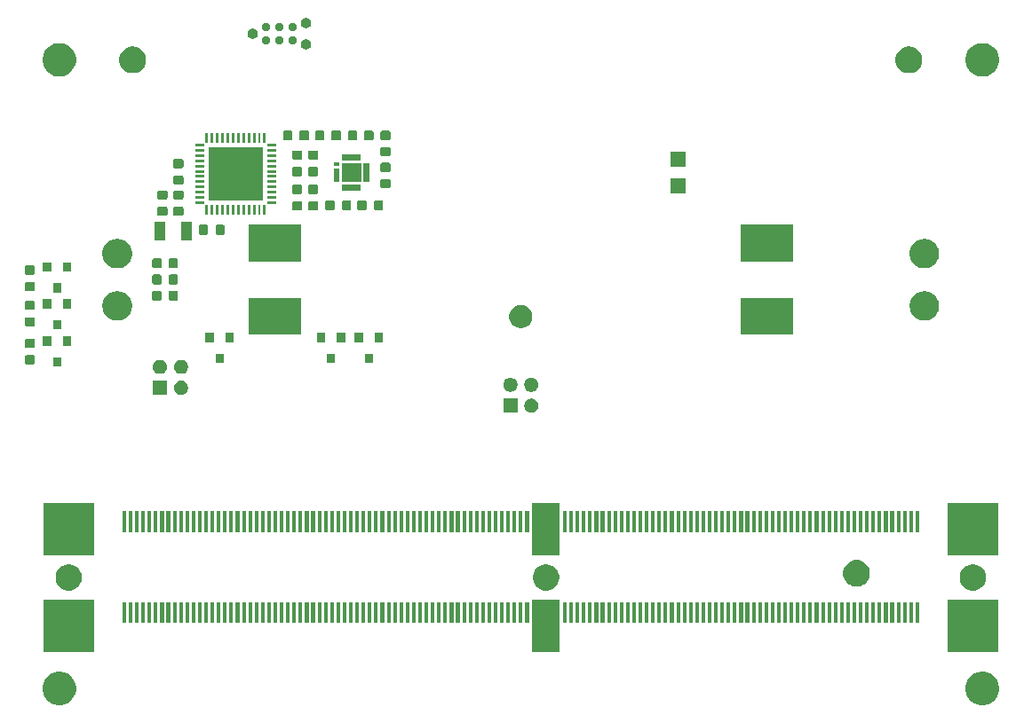
<source format=gbr>
G04 #@! TF.GenerationSoftware,KiCad,Pcbnew,5.1.5+dfsg1-2build2*
G04 #@! TF.CreationDate,2022-02-17T14:46:20+01:00*
G04 #@! TF.ProjectId,ModulAdapter_universal,4d6f6475-6c41-4646-9170-7465725f756e,rev?*
G04 #@! TF.SameCoordinates,Original*
G04 #@! TF.FileFunction,Soldermask,Top*
G04 #@! TF.FilePolarity,Negative*
%FSLAX46Y46*%
G04 Gerber Fmt 4.6, Leading zero omitted, Abs format (unit mm)*
G04 Created by KiCad (PCBNEW 5.1.5+dfsg1-2build2) date 2022-02-17 14:46:20*
%MOMM*%
%LPD*%
G04 APERTURE LIST*
%ADD10C,0.100000*%
G04 APERTURE END LIST*
D10*
G36*
X144466703Y-132461486D02*
G01*
X144757883Y-132582097D01*
X145019940Y-132757198D01*
X145242802Y-132980060D01*
X145417903Y-133242117D01*
X145538514Y-133533297D01*
X145600000Y-133842412D01*
X145600000Y-134157588D01*
X145538514Y-134466703D01*
X145417903Y-134757883D01*
X145242802Y-135019940D01*
X145019940Y-135242802D01*
X144757883Y-135417903D01*
X144466703Y-135538514D01*
X144157588Y-135600000D01*
X143842412Y-135600000D01*
X143533297Y-135538514D01*
X143242117Y-135417903D01*
X142980060Y-135242802D01*
X142757198Y-135019940D01*
X142582097Y-134757883D01*
X142461486Y-134466703D01*
X142400000Y-134157588D01*
X142400000Y-133842412D01*
X142461486Y-133533297D01*
X142582097Y-133242117D01*
X142757198Y-132980060D01*
X142980060Y-132757198D01*
X143242117Y-132582097D01*
X143533297Y-132461486D01*
X143842412Y-132400000D01*
X144157588Y-132400000D01*
X144466703Y-132461486D01*
G37*
G36*
X56466703Y-132461486D02*
G01*
X56757883Y-132582097D01*
X57019940Y-132757198D01*
X57242802Y-132980060D01*
X57417903Y-133242117D01*
X57538514Y-133533297D01*
X57600000Y-133842412D01*
X57600000Y-134157588D01*
X57538514Y-134466703D01*
X57417903Y-134757883D01*
X57242802Y-135019940D01*
X57019940Y-135242802D01*
X56757883Y-135417903D01*
X56466703Y-135538514D01*
X56157588Y-135600000D01*
X55842412Y-135600000D01*
X55533297Y-135538514D01*
X55242117Y-135417903D01*
X54980060Y-135242802D01*
X54757198Y-135019940D01*
X54582097Y-134757883D01*
X54461486Y-134466703D01*
X54400000Y-134157588D01*
X54400000Y-133842412D01*
X54461486Y-133533297D01*
X54582097Y-133242117D01*
X54757198Y-132980060D01*
X54980060Y-132757198D01*
X55242117Y-132582097D01*
X55533297Y-132461486D01*
X55842412Y-132400000D01*
X56157588Y-132400000D01*
X56466703Y-132461486D01*
G37*
G36*
X59300000Y-130490000D02*
G01*
X54500000Y-130490000D01*
X54500000Y-125490000D01*
X59300000Y-125490000D01*
X59300000Y-130490000D01*
G37*
G36*
X145500000Y-130490000D02*
G01*
X140700000Y-130490000D01*
X140700000Y-125490000D01*
X145500000Y-125490000D01*
X145500000Y-130490000D01*
G37*
G36*
X103700000Y-130490000D02*
G01*
X101100000Y-130490000D01*
X101100000Y-125490000D01*
X103700000Y-125490000D01*
X103700000Y-130490000D01*
G37*
G36*
X128375000Y-127750000D02*
G01*
X128025000Y-127750000D01*
X128025000Y-125750000D01*
X128375000Y-125750000D01*
X128375000Y-127750000D01*
G37*
G36*
X137975000Y-127750000D02*
G01*
X137625000Y-127750000D01*
X137625000Y-125750000D01*
X137975000Y-125750000D01*
X137975000Y-127750000D01*
G37*
G36*
X128975000Y-127750000D02*
G01*
X128625000Y-127750000D01*
X128625000Y-125750000D01*
X128975000Y-125750000D01*
X128975000Y-127750000D01*
G37*
G36*
X129575000Y-127750000D02*
G01*
X129225000Y-127750000D01*
X129225000Y-125750000D01*
X129575000Y-125750000D01*
X129575000Y-127750000D01*
G37*
G36*
X130175000Y-127750000D02*
G01*
X129825000Y-127750000D01*
X129825000Y-125750000D01*
X130175000Y-125750000D01*
X130175000Y-127750000D01*
G37*
G36*
X121175000Y-127750000D02*
G01*
X120825000Y-127750000D01*
X120825000Y-125750000D01*
X121175000Y-125750000D01*
X121175000Y-127750000D01*
G37*
G36*
X131375000Y-127750000D02*
G01*
X131025000Y-127750000D01*
X131025000Y-125750000D01*
X131375000Y-125750000D01*
X131375000Y-127750000D01*
G37*
G36*
X131975000Y-127750000D02*
G01*
X131625000Y-127750000D01*
X131625000Y-125750000D01*
X131975000Y-125750000D01*
X131975000Y-127750000D01*
G37*
G36*
X132575000Y-127750000D02*
G01*
X132225000Y-127750000D01*
X132225000Y-125750000D01*
X132575000Y-125750000D01*
X132575000Y-127750000D01*
G37*
G36*
X133175000Y-127750000D02*
G01*
X132825000Y-127750000D01*
X132825000Y-125750000D01*
X133175000Y-125750000D01*
X133175000Y-127750000D01*
G37*
G36*
X133775000Y-127750000D02*
G01*
X133425000Y-127750000D01*
X133425000Y-125750000D01*
X133775000Y-125750000D01*
X133775000Y-127750000D01*
G37*
G36*
X134375000Y-127750000D02*
G01*
X134025000Y-127750000D01*
X134025000Y-125750000D01*
X134375000Y-125750000D01*
X134375000Y-127750000D01*
G37*
G36*
X135575000Y-127750000D02*
G01*
X135225000Y-127750000D01*
X135225000Y-125750000D01*
X135575000Y-125750000D01*
X135575000Y-127750000D01*
G37*
G36*
X136775000Y-127750000D02*
G01*
X136425000Y-127750000D01*
X136425000Y-125750000D01*
X136775000Y-125750000D01*
X136775000Y-127750000D01*
G37*
G36*
X137375000Y-127750000D02*
G01*
X137025000Y-127750000D01*
X137025000Y-125750000D01*
X137375000Y-125750000D01*
X137375000Y-127750000D01*
G37*
G36*
X78575000Y-127750000D02*
G01*
X78225000Y-127750000D01*
X78225000Y-125750000D01*
X78575000Y-125750000D01*
X78575000Y-127750000D01*
G37*
G36*
X127775000Y-127750000D02*
G01*
X127425000Y-127750000D01*
X127425000Y-125750000D01*
X127775000Y-125750000D01*
X127775000Y-127750000D01*
G37*
G36*
X127175000Y-127750000D02*
G01*
X126825000Y-127750000D01*
X126825000Y-125750000D01*
X127175000Y-125750000D01*
X127175000Y-127750000D01*
G37*
G36*
X126575000Y-127750000D02*
G01*
X126225000Y-127750000D01*
X126225000Y-125750000D01*
X126575000Y-125750000D01*
X126575000Y-127750000D01*
G37*
G36*
X125975000Y-127750000D02*
G01*
X125625000Y-127750000D01*
X125625000Y-125750000D01*
X125975000Y-125750000D01*
X125975000Y-127750000D01*
G37*
G36*
X125375000Y-127750000D02*
G01*
X125025000Y-127750000D01*
X125025000Y-125750000D01*
X125375000Y-125750000D01*
X125375000Y-127750000D01*
G37*
G36*
X124775000Y-127750000D02*
G01*
X124425000Y-127750000D01*
X124425000Y-125750000D01*
X124775000Y-125750000D01*
X124775000Y-127750000D01*
G37*
G36*
X124175000Y-127750000D02*
G01*
X123825000Y-127750000D01*
X123825000Y-125750000D01*
X124175000Y-125750000D01*
X124175000Y-127750000D01*
G37*
G36*
X123575000Y-127750000D02*
G01*
X123225000Y-127750000D01*
X123225000Y-125750000D01*
X123575000Y-125750000D01*
X123575000Y-127750000D01*
G37*
G36*
X122975000Y-127750000D02*
G01*
X122625000Y-127750000D01*
X122625000Y-125750000D01*
X122975000Y-125750000D01*
X122975000Y-127750000D01*
G37*
G36*
X122375000Y-127750000D02*
G01*
X122025000Y-127750000D01*
X122025000Y-125750000D01*
X122375000Y-125750000D01*
X122375000Y-127750000D01*
G37*
G36*
X121775000Y-127750000D02*
G01*
X121425000Y-127750000D01*
X121425000Y-125750000D01*
X121775000Y-125750000D01*
X121775000Y-127750000D01*
G37*
G36*
X130775000Y-127750000D02*
G01*
X130425000Y-127750000D01*
X130425000Y-125750000D01*
X130775000Y-125750000D01*
X130775000Y-127750000D01*
G37*
G36*
X79775000Y-127750000D02*
G01*
X79425000Y-127750000D01*
X79425000Y-125750000D01*
X79775000Y-125750000D01*
X79775000Y-127750000D01*
G37*
G36*
X79175000Y-127750000D02*
G01*
X78825000Y-127750000D01*
X78825000Y-125750000D01*
X79175000Y-125750000D01*
X79175000Y-127750000D01*
G37*
G36*
X100175000Y-127750000D02*
G01*
X99825000Y-127750000D01*
X99825000Y-125750000D01*
X100175000Y-125750000D01*
X100175000Y-127750000D01*
G37*
G36*
X99575000Y-127750000D02*
G01*
X99225000Y-127750000D01*
X99225000Y-125750000D01*
X99575000Y-125750000D01*
X99575000Y-127750000D01*
G37*
G36*
X120575000Y-127750000D02*
G01*
X120225000Y-127750000D01*
X120225000Y-125750000D01*
X120575000Y-125750000D01*
X120575000Y-127750000D01*
G37*
G36*
X119975000Y-127750000D02*
G01*
X119625000Y-127750000D01*
X119625000Y-125750000D01*
X119975000Y-125750000D01*
X119975000Y-127750000D01*
G37*
G36*
X119375000Y-127750000D02*
G01*
X119025000Y-127750000D01*
X119025000Y-125750000D01*
X119375000Y-125750000D01*
X119375000Y-127750000D01*
G37*
G36*
X118775000Y-127750000D02*
G01*
X118425000Y-127750000D01*
X118425000Y-125750000D01*
X118775000Y-125750000D01*
X118775000Y-127750000D01*
G37*
G36*
X118175000Y-127750000D02*
G01*
X117825000Y-127750000D01*
X117825000Y-125750000D01*
X118175000Y-125750000D01*
X118175000Y-127750000D01*
G37*
G36*
X117575000Y-127750000D02*
G01*
X117225000Y-127750000D01*
X117225000Y-125750000D01*
X117575000Y-125750000D01*
X117575000Y-127750000D01*
G37*
G36*
X116975000Y-127750000D02*
G01*
X116625000Y-127750000D01*
X116625000Y-125750000D01*
X116975000Y-125750000D01*
X116975000Y-127750000D01*
G37*
G36*
X116375000Y-127750000D02*
G01*
X116025000Y-127750000D01*
X116025000Y-125750000D01*
X116375000Y-125750000D01*
X116375000Y-127750000D01*
G37*
G36*
X115775000Y-127750000D02*
G01*
X115425000Y-127750000D01*
X115425000Y-125750000D01*
X115775000Y-125750000D01*
X115775000Y-127750000D01*
G37*
G36*
X115175000Y-127750000D02*
G01*
X114825000Y-127750000D01*
X114825000Y-125750000D01*
X115175000Y-125750000D01*
X115175000Y-127750000D01*
G37*
G36*
X114575000Y-127750000D02*
G01*
X114225000Y-127750000D01*
X114225000Y-125750000D01*
X114575000Y-125750000D01*
X114575000Y-127750000D01*
G37*
G36*
X113975000Y-127750000D02*
G01*
X113625000Y-127750000D01*
X113625000Y-125750000D01*
X113975000Y-125750000D01*
X113975000Y-127750000D01*
G37*
G36*
X113375000Y-127750000D02*
G01*
X113025000Y-127750000D01*
X113025000Y-125750000D01*
X113375000Y-125750000D01*
X113375000Y-127750000D01*
G37*
G36*
X112775000Y-127750000D02*
G01*
X112425000Y-127750000D01*
X112425000Y-125750000D01*
X112775000Y-125750000D01*
X112775000Y-127750000D01*
G37*
G36*
X112175000Y-127750000D02*
G01*
X111825000Y-127750000D01*
X111825000Y-125750000D01*
X112175000Y-125750000D01*
X112175000Y-127750000D01*
G37*
G36*
X111575000Y-127750000D02*
G01*
X111225000Y-127750000D01*
X111225000Y-125750000D01*
X111575000Y-125750000D01*
X111575000Y-127750000D01*
G37*
G36*
X110975000Y-127750000D02*
G01*
X110625000Y-127750000D01*
X110625000Y-125750000D01*
X110975000Y-125750000D01*
X110975000Y-127750000D01*
G37*
G36*
X110375000Y-127750000D02*
G01*
X110025000Y-127750000D01*
X110025000Y-125750000D01*
X110375000Y-125750000D01*
X110375000Y-127750000D01*
G37*
G36*
X109775000Y-127750000D02*
G01*
X109425000Y-127750000D01*
X109425000Y-125750000D01*
X109775000Y-125750000D01*
X109775000Y-127750000D01*
G37*
G36*
X109175000Y-127750000D02*
G01*
X108825000Y-127750000D01*
X108825000Y-125750000D01*
X109175000Y-125750000D01*
X109175000Y-127750000D01*
G37*
G36*
X108575000Y-127750000D02*
G01*
X108225000Y-127750000D01*
X108225000Y-125750000D01*
X108575000Y-125750000D01*
X108575000Y-127750000D01*
G37*
G36*
X107975000Y-127750000D02*
G01*
X107625000Y-127750000D01*
X107625000Y-125750000D01*
X107975000Y-125750000D01*
X107975000Y-127750000D01*
G37*
G36*
X107375000Y-127750000D02*
G01*
X107025000Y-127750000D01*
X107025000Y-125750000D01*
X107375000Y-125750000D01*
X107375000Y-127750000D01*
G37*
G36*
X106775000Y-127750000D02*
G01*
X106425000Y-127750000D01*
X106425000Y-125750000D01*
X106775000Y-125750000D01*
X106775000Y-127750000D01*
G37*
G36*
X106175000Y-127750000D02*
G01*
X105825000Y-127750000D01*
X105825000Y-125750000D01*
X106175000Y-125750000D01*
X106175000Y-127750000D01*
G37*
G36*
X105575000Y-127750000D02*
G01*
X105225000Y-127750000D01*
X105225000Y-125750000D01*
X105575000Y-125750000D01*
X105575000Y-127750000D01*
G37*
G36*
X104975000Y-127750000D02*
G01*
X104625000Y-127750000D01*
X104625000Y-125750000D01*
X104975000Y-125750000D01*
X104975000Y-127750000D01*
G37*
G36*
X104375000Y-127750000D02*
G01*
X104025000Y-127750000D01*
X104025000Y-125750000D01*
X104375000Y-125750000D01*
X104375000Y-127750000D01*
G37*
G36*
X100775000Y-127750000D02*
G01*
X100425000Y-127750000D01*
X100425000Y-125750000D01*
X100775000Y-125750000D01*
X100775000Y-127750000D01*
G37*
G36*
X81575000Y-127750000D02*
G01*
X81225000Y-127750000D01*
X81225000Y-125750000D01*
X81575000Y-125750000D01*
X81575000Y-127750000D01*
G37*
G36*
X89375000Y-127750000D02*
G01*
X89025000Y-127750000D01*
X89025000Y-125750000D01*
X89375000Y-125750000D01*
X89375000Y-127750000D01*
G37*
G36*
X97175000Y-127750000D02*
G01*
X96825000Y-127750000D01*
X96825000Y-125750000D01*
X97175000Y-125750000D01*
X97175000Y-127750000D01*
G37*
G36*
X96575000Y-127750000D02*
G01*
X96225000Y-127750000D01*
X96225000Y-125750000D01*
X96575000Y-125750000D01*
X96575000Y-127750000D01*
G37*
G36*
X95975000Y-127750000D02*
G01*
X95625000Y-127750000D01*
X95625000Y-125750000D01*
X95975000Y-125750000D01*
X95975000Y-127750000D01*
G37*
G36*
X95375000Y-127750000D02*
G01*
X95025000Y-127750000D01*
X95025000Y-125750000D01*
X95375000Y-125750000D01*
X95375000Y-127750000D01*
G37*
G36*
X94775000Y-127750000D02*
G01*
X94425000Y-127750000D01*
X94425000Y-125750000D01*
X94775000Y-125750000D01*
X94775000Y-127750000D01*
G37*
G36*
X94175000Y-127750000D02*
G01*
X93825000Y-127750000D01*
X93825000Y-125750000D01*
X94175000Y-125750000D01*
X94175000Y-127750000D01*
G37*
G36*
X93575000Y-127750000D02*
G01*
X93225000Y-127750000D01*
X93225000Y-125750000D01*
X93575000Y-125750000D01*
X93575000Y-127750000D01*
G37*
G36*
X92975000Y-127750000D02*
G01*
X92625000Y-127750000D01*
X92625000Y-125750000D01*
X92975000Y-125750000D01*
X92975000Y-127750000D01*
G37*
G36*
X92375000Y-127750000D02*
G01*
X92025000Y-127750000D01*
X92025000Y-125750000D01*
X92375000Y-125750000D01*
X92375000Y-127750000D01*
G37*
G36*
X91775000Y-127750000D02*
G01*
X91425000Y-127750000D01*
X91425000Y-125750000D01*
X91775000Y-125750000D01*
X91775000Y-127750000D01*
G37*
G36*
X91175000Y-127750000D02*
G01*
X90825000Y-127750000D01*
X90825000Y-125750000D01*
X91175000Y-125750000D01*
X91175000Y-127750000D01*
G37*
G36*
X89975000Y-127750000D02*
G01*
X89625000Y-127750000D01*
X89625000Y-125750000D01*
X89975000Y-125750000D01*
X89975000Y-127750000D01*
G37*
G36*
X90575000Y-127750000D02*
G01*
X90225000Y-127750000D01*
X90225000Y-125750000D01*
X90575000Y-125750000D01*
X90575000Y-127750000D01*
G37*
G36*
X98975000Y-127750000D02*
G01*
X98625000Y-127750000D01*
X98625000Y-125750000D01*
X98975000Y-125750000D01*
X98975000Y-127750000D01*
G37*
G36*
X97775000Y-127750000D02*
G01*
X97425000Y-127750000D01*
X97425000Y-125750000D01*
X97775000Y-125750000D01*
X97775000Y-127750000D01*
G37*
G36*
X82175000Y-127750000D02*
G01*
X81825000Y-127750000D01*
X81825000Y-125750000D01*
X82175000Y-125750000D01*
X82175000Y-127750000D01*
G37*
G36*
X82775000Y-127750000D02*
G01*
X82425000Y-127750000D01*
X82425000Y-125750000D01*
X82775000Y-125750000D01*
X82775000Y-127750000D01*
G37*
G36*
X83375000Y-127750000D02*
G01*
X83025000Y-127750000D01*
X83025000Y-125750000D01*
X83375000Y-125750000D01*
X83375000Y-127750000D01*
G37*
G36*
X83975000Y-127750000D02*
G01*
X83625000Y-127750000D01*
X83625000Y-125750000D01*
X83975000Y-125750000D01*
X83975000Y-127750000D01*
G37*
G36*
X84575000Y-127750000D02*
G01*
X84225000Y-127750000D01*
X84225000Y-125750000D01*
X84575000Y-125750000D01*
X84575000Y-127750000D01*
G37*
G36*
X85175000Y-127750000D02*
G01*
X84825000Y-127750000D01*
X84825000Y-125750000D01*
X85175000Y-125750000D01*
X85175000Y-127750000D01*
G37*
G36*
X85775000Y-127750000D02*
G01*
X85425000Y-127750000D01*
X85425000Y-125750000D01*
X85775000Y-125750000D01*
X85775000Y-127750000D01*
G37*
G36*
X86375000Y-127750000D02*
G01*
X86025000Y-127750000D01*
X86025000Y-125750000D01*
X86375000Y-125750000D01*
X86375000Y-127750000D01*
G37*
G36*
X86975000Y-127750000D02*
G01*
X86625000Y-127750000D01*
X86625000Y-125750000D01*
X86975000Y-125750000D01*
X86975000Y-127750000D01*
G37*
G36*
X87575000Y-127750000D02*
G01*
X87225000Y-127750000D01*
X87225000Y-125750000D01*
X87575000Y-125750000D01*
X87575000Y-127750000D01*
G37*
G36*
X88175000Y-127750000D02*
G01*
X87825000Y-127750000D01*
X87825000Y-125750000D01*
X88175000Y-125750000D01*
X88175000Y-127750000D01*
G37*
G36*
X88775000Y-127750000D02*
G01*
X88425000Y-127750000D01*
X88425000Y-125750000D01*
X88775000Y-125750000D01*
X88775000Y-127750000D01*
G37*
G36*
X80975000Y-127750000D02*
G01*
X80625000Y-127750000D01*
X80625000Y-125750000D01*
X80975000Y-125750000D01*
X80975000Y-127750000D01*
G37*
G36*
X77975000Y-127750000D02*
G01*
X77625000Y-127750000D01*
X77625000Y-125750000D01*
X77975000Y-125750000D01*
X77975000Y-127750000D01*
G37*
G36*
X69575000Y-127750000D02*
G01*
X69225000Y-127750000D01*
X69225000Y-125750000D01*
X69575000Y-125750000D01*
X69575000Y-127750000D01*
G37*
G36*
X77375000Y-127750000D02*
G01*
X77025000Y-127750000D01*
X77025000Y-125750000D01*
X77375000Y-125750000D01*
X77375000Y-127750000D01*
G37*
G36*
X76775000Y-127750000D02*
G01*
X76425000Y-127750000D01*
X76425000Y-125750000D01*
X76775000Y-125750000D01*
X76775000Y-127750000D01*
G37*
G36*
X76175000Y-127750000D02*
G01*
X75825000Y-127750000D01*
X75825000Y-125750000D01*
X76175000Y-125750000D01*
X76175000Y-127750000D01*
G37*
G36*
X75575000Y-127750000D02*
G01*
X75225000Y-127750000D01*
X75225000Y-125750000D01*
X75575000Y-125750000D01*
X75575000Y-127750000D01*
G37*
G36*
X74975000Y-127750000D02*
G01*
X74625000Y-127750000D01*
X74625000Y-125750000D01*
X74975000Y-125750000D01*
X74975000Y-127750000D01*
G37*
G36*
X74375000Y-127750000D02*
G01*
X74025000Y-127750000D01*
X74025000Y-125750000D01*
X74375000Y-125750000D01*
X74375000Y-127750000D01*
G37*
G36*
X73775000Y-127750000D02*
G01*
X73425000Y-127750000D01*
X73425000Y-125750000D01*
X73775000Y-125750000D01*
X73775000Y-127750000D01*
G37*
G36*
X73175000Y-127750000D02*
G01*
X72825000Y-127750000D01*
X72825000Y-125750000D01*
X73175000Y-125750000D01*
X73175000Y-127750000D01*
G37*
G36*
X72575000Y-127750000D02*
G01*
X72225000Y-127750000D01*
X72225000Y-125750000D01*
X72575000Y-125750000D01*
X72575000Y-127750000D01*
G37*
G36*
X71975000Y-127750000D02*
G01*
X71625000Y-127750000D01*
X71625000Y-125750000D01*
X71975000Y-125750000D01*
X71975000Y-127750000D01*
G37*
G36*
X71375000Y-127750000D02*
G01*
X71025000Y-127750000D01*
X71025000Y-125750000D01*
X71375000Y-125750000D01*
X71375000Y-127750000D01*
G37*
G36*
X80375000Y-127750000D02*
G01*
X80025000Y-127750000D01*
X80025000Y-125750000D01*
X80375000Y-125750000D01*
X80375000Y-127750000D01*
G37*
G36*
X70175000Y-127750000D02*
G01*
X69825000Y-127750000D01*
X69825000Y-125750000D01*
X70175000Y-125750000D01*
X70175000Y-127750000D01*
G37*
G36*
X98375000Y-127750000D02*
G01*
X98025000Y-127750000D01*
X98025000Y-125750000D01*
X98375000Y-125750000D01*
X98375000Y-127750000D01*
G37*
G36*
X68975000Y-127750000D02*
G01*
X68625000Y-127750000D01*
X68625000Y-125750000D01*
X68975000Y-125750000D01*
X68975000Y-127750000D01*
G37*
G36*
X67775000Y-127750000D02*
G01*
X67425000Y-127750000D01*
X67425000Y-125750000D01*
X67775000Y-125750000D01*
X67775000Y-127750000D01*
G37*
G36*
X136175000Y-127750000D02*
G01*
X135825000Y-127750000D01*
X135825000Y-125750000D01*
X136175000Y-125750000D01*
X136175000Y-127750000D01*
G37*
G36*
X70775000Y-127750000D02*
G01*
X70425000Y-127750000D01*
X70425000Y-125750000D01*
X70775000Y-125750000D01*
X70775000Y-127750000D01*
G37*
G36*
X134975000Y-127750000D02*
G01*
X134625000Y-127750000D01*
X134625000Y-125750000D01*
X134975000Y-125750000D01*
X134975000Y-127750000D01*
G37*
G36*
X62975000Y-127750000D02*
G01*
X62625000Y-127750000D01*
X62625000Y-125750000D01*
X62975000Y-125750000D01*
X62975000Y-127750000D01*
G37*
G36*
X62375000Y-127750000D02*
G01*
X62025000Y-127750000D01*
X62025000Y-125750000D01*
X62375000Y-125750000D01*
X62375000Y-127750000D01*
G37*
G36*
X63575000Y-127750000D02*
G01*
X63225000Y-127750000D01*
X63225000Y-125750000D01*
X63575000Y-125750000D01*
X63575000Y-127750000D01*
G37*
G36*
X64175000Y-127750000D02*
G01*
X63825000Y-127750000D01*
X63825000Y-125750000D01*
X64175000Y-125750000D01*
X64175000Y-127750000D01*
G37*
G36*
X64775000Y-127750000D02*
G01*
X64425000Y-127750000D01*
X64425000Y-125750000D01*
X64775000Y-125750000D01*
X64775000Y-127750000D01*
G37*
G36*
X65375000Y-127750000D02*
G01*
X65025000Y-127750000D01*
X65025000Y-125750000D01*
X65375000Y-125750000D01*
X65375000Y-127750000D01*
G37*
G36*
X65975000Y-127750000D02*
G01*
X65625000Y-127750000D01*
X65625000Y-125750000D01*
X65975000Y-125750000D01*
X65975000Y-127750000D01*
G37*
G36*
X66575000Y-127750000D02*
G01*
X66225000Y-127750000D01*
X66225000Y-125750000D01*
X66575000Y-125750000D01*
X66575000Y-127750000D01*
G37*
G36*
X67175000Y-127750000D02*
G01*
X66825000Y-127750000D01*
X66825000Y-125750000D01*
X67175000Y-125750000D01*
X67175000Y-127750000D01*
G37*
G36*
X68375000Y-127750000D02*
G01*
X68025000Y-127750000D01*
X68025000Y-125750000D01*
X68375000Y-125750000D01*
X68375000Y-127750000D01*
G37*
G36*
X143464610Y-122198036D02*
G01*
X143692095Y-122292264D01*
X143692097Y-122292265D01*
X143896828Y-122429062D01*
X144070938Y-122603172D01*
X144207736Y-122807905D01*
X144301964Y-123035390D01*
X144350000Y-123276884D01*
X144350000Y-123523116D01*
X144301964Y-123764610D01*
X144210065Y-123986473D01*
X144207735Y-123992097D01*
X144070938Y-124196828D01*
X143896828Y-124370938D01*
X143692097Y-124507735D01*
X143692096Y-124507736D01*
X143692095Y-124507736D01*
X143464610Y-124601964D01*
X143223116Y-124650000D01*
X142976884Y-124650000D01*
X142735390Y-124601964D01*
X142507905Y-124507736D01*
X142507904Y-124507736D01*
X142507903Y-124507735D01*
X142303172Y-124370938D01*
X142129062Y-124196828D01*
X141992265Y-123992097D01*
X141989935Y-123986473D01*
X141898036Y-123764610D01*
X141850000Y-123523116D01*
X141850000Y-123276884D01*
X141898036Y-123035390D01*
X141992264Y-122807905D01*
X142129062Y-122603172D01*
X142303172Y-122429062D01*
X142507903Y-122292265D01*
X142507905Y-122292264D01*
X142735390Y-122198036D01*
X142976884Y-122150000D01*
X143223116Y-122150000D01*
X143464610Y-122198036D01*
G37*
G36*
X57264610Y-122198036D02*
G01*
X57492095Y-122292264D01*
X57492097Y-122292265D01*
X57696828Y-122429062D01*
X57870938Y-122603172D01*
X58007736Y-122807905D01*
X58101964Y-123035390D01*
X58150000Y-123276884D01*
X58150000Y-123523116D01*
X58101964Y-123764610D01*
X58010065Y-123986473D01*
X58007735Y-123992097D01*
X57870938Y-124196828D01*
X57696828Y-124370938D01*
X57492097Y-124507735D01*
X57492096Y-124507736D01*
X57492095Y-124507736D01*
X57264610Y-124601964D01*
X57023116Y-124650000D01*
X56776884Y-124650000D01*
X56535390Y-124601964D01*
X56307905Y-124507736D01*
X56307904Y-124507736D01*
X56307903Y-124507735D01*
X56103172Y-124370938D01*
X55929062Y-124196828D01*
X55792265Y-123992097D01*
X55789935Y-123986473D01*
X55698036Y-123764610D01*
X55650000Y-123523116D01*
X55650000Y-123276884D01*
X55698036Y-123035390D01*
X55792264Y-122807905D01*
X55929062Y-122603172D01*
X56103172Y-122429062D01*
X56307903Y-122292265D01*
X56307905Y-122292264D01*
X56535390Y-122198036D01*
X56776884Y-122150000D01*
X57023116Y-122150000D01*
X57264610Y-122198036D01*
G37*
G36*
X102764610Y-122198036D02*
G01*
X102992095Y-122292264D01*
X102992097Y-122292265D01*
X103196828Y-122429062D01*
X103370938Y-122603172D01*
X103507736Y-122807905D01*
X103601964Y-123035390D01*
X103650000Y-123276884D01*
X103650000Y-123523116D01*
X103601964Y-123764610D01*
X103510065Y-123986473D01*
X103507735Y-123992097D01*
X103370938Y-124196828D01*
X103196828Y-124370938D01*
X102992097Y-124507735D01*
X102992096Y-124507736D01*
X102992095Y-124507736D01*
X102764610Y-124601964D01*
X102523116Y-124650000D01*
X102276884Y-124650000D01*
X102035390Y-124601964D01*
X101807905Y-124507736D01*
X101807904Y-124507736D01*
X101807903Y-124507735D01*
X101603172Y-124370938D01*
X101429062Y-124196828D01*
X101292265Y-123992097D01*
X101289935Y-123986473D01*
X101198036Y-123764610D01*
X101150000Y-123523116D01*
X101150000Y-123276884D01*
X101198036Y-123035390D01*
X101292264Y-122807905D01*
X101429062Y-122603172D01*
X101603172Y-122429062D01*
X101807903Y-122292265D01*
X101807905Y-122292264D01*
X102035390Y-122198036D01*
X102276884Y-122150000D01*
X102523116Y-122150000D01*
X102764610Y-122198036D01*
G37*
G36*
X132247765Y-121754403D02*
G01*
X132370445Y-121778805D01*
X132601571Y-121874541D01*
X132809578Y-122013527D01*
X132986473Y-122190422D01*
X133125459Y-122398429D01*
X133210267Y-122603172D01*
X133221195Y-122629556D01*
X133270000Y-122874915D01*
X133270000Y-123125085D01*
X133221195Y-123370444D01*
X133125460Y-123601569D01*
X132986474Y-123809577D01*
X132809577Y-123986474D01*
X132706279Y-124055495D01*
X132601571Y-124125459D01*
X132370445Y-124221195D01*
X132247764Y-124245598D01*
X132125085Y-124270000D01*
X131874915Y-124270000D01*
X131752236Y-124245598D01*
X131629555Y-124221195D01*
X131398429Y-124125459D01*
X131293721Y-124055495D01*
X131190423Y-123986474D01*
X131013526Y-123809577D01*
X130874540Y-123601569D01*
X130778805Y-123370444D01*
X130730000Y-123125085D01*
X130730000Y-122874915D01*
X130778805Y-122629556D01*
X130789734Y-122603172D01*
X130874541Y-122398429D01*
X131013527Y-122190422D01*
X131190422Y-122013527D01*
X131398429Y-121874541D01*
X131629555Y-121778805D01*
X131752235Y-121754403D01*
X131874915Y-121730000D01*
X132125085Y-121730000D01*
X132247765Y-121754403D01*
G37*
G36*
X145500000Y-121310000D02*
G01*
X140700000Y-121310000D01*
X140700000Y-116310000D01*
X145500000Y-116310000D01*
X145500000Y-121310000D01*
G37*
G36*
X103700000Y-121310000D02*
G01*
X101100000Y-121310000D01*
X101100000Y-116310000D01*
X103700000Y-116310000D01*
X103700000Y-121310000D01*
G37*
G36*
X59300000Y-121310000D02*
G01*
X54500000Y-121310000D01*
X54500000Y-116310000D01*
X59300000Y-116310000D01*
X59300000Y-121310000D01*
G37*
G36*
X74375000Y-119050000D02*
G01*
X74025000Y-119050000D01*
X74025000Y-117050000D01*
X74375000Y-117050000D01*
X74375000Y-119050000D01*
G37*
G36*
X97775000Y-119050000D02*
G01*
X97425000Y-119050000D01*
X97425000Y-117050000D01*
X97775000Y-117050000D01*
X97775000Y-119050000D01*
G37*
G36*
X73775000Y-119050000D02*
G01*
X73425000Y-119050000D01*
X73425000Y-117050000D01*
X73775000Y-117050000D01*
X73775000Y-119050000D01*
G37*
G36*
X73175000Y-119050000D02*
G01*
X72825000Y-119050000D01*
X72825000Y-117050000D01*
X73175000Y-117050000D01*
X73175000Y-119050000D01*
G37*
G36*
X96575000Y-119050000D02*
G01*
X96225000Y-119050000D01*
X96225000Y-117050000D01*
X96575000Y-117050000D01*
X96575000Y-119050000D01*
G37*
G36*
X106775000Y-119050000D02*
G01*
X106425000Y-119050000D01*
X106425000Y-117050000D01*
X106775000Y-117050000D01*
X106775000Y-119050000D01*
G37*
G36*
X106175000Y-119050000D02*
G01*
X105825000Y-119050000D01*
X105825000Y-117050000D01*
X106175000Y-117050000D01*
X106175000Y-119050000D01*
G37*
G36*
X105575000Y-119050000D02*
G01*
X105225000Y-119050000D01*
X105225000Y-117050000D01*
X105575000Y-117050000D01*
X105575000Y-119050000D01*
G37*
G36*
X104975000Y-119050000D02*
G01*
X104625000Y-119050000D01*
X104625000Y-117050000D01*
X104975000Y-117050000D01*
X104975000Y-119050000D01*
G37*
G36*
X104375000Y-119050000D02*
G01*
X104025000Y-119050000D01*
X104025000Y-117050000D01*
X104375000Y-117050000D01*
X104375000Y-119050000D01*
G37*
G36*
X68975000Y-119050000D02*
G01*
X68625000Y-119050000D01*
X68625000Y-117050000D01*
X68975000Y-117050000D01*
X68975000Y-119050000D01*
G37*
G36*
X99575000Y-119050000D02*
G01*
X99225000Y-119050000D01*
X99225000Y-117050000D01*
X99575000Y-117050000D01*
X99575000Y-119050000D01*
G37*
G36*
X98975000Y-119050000D02*
G01*
X98625000Y-119050000D01*
X98625000Y-117050000D01*
X98975000Y-117050000D01*
X98975000Y-119050000D01*
G37*
G36*
X98375000Y-119050000D02*
G01*
X98025000Y-119050000D01*
X98025000Y-117050000D01*
X98375000Y-117050000D01*
X98375000Y-119050000D01*
G37*
G36*
X83975000Y-119050000D02*
G01*
X83625000Y-119050000D01*
X83625000Y-117050000D01*
X83975000Y-117050000D01*
X83975000Y-119050000D01*
G37*
G36*
X74975000Y-119050000D02*
G01*
X74625000Y-119050000D01*
X74625000Y-117050000D01*
X74975000Y-117050000D01*
X74975000Y-119050000D01*
G37*
G36*
X75575000Y-119050000D02*
G01*
X75225000Y-119050000D01*
X75225000Y-117050000D01*
X75575000Y-117050000D01*
X75575000Y-119050000D01*
G37*
G36*
X76175000Y-119050000D02*
G01*
X75825000Y-119050000D01*
X75825000Y-117050000D01*
X76175000Y-117050000D01*
X76175000Y-119050000D01*
G37*
G36*
X76775000Y-119050000D02*
G01*
X76425000Y-119050000D01*
X76425000Y-117050000D01*
X76775000Y-117050000D01*
X76775000Y-119050000D01*
G37*
G36*
X77375000Y-119050000D02*
G01*
X77025000Y-119050000D01*
X77025000Y-117050000D01*
X77375000Y-117050000D01*
X77375000Y-119050000D01*
G37*
G36*
X77975000Y-119050000D02*
G01*
X77625000Y-119050000D01*
X77625000Y-117050000D01*
X77975000Y-117050000D01*
X77975000Y-119050000D01*
G37*
G36*
X78575000Y-119050000D02*
G01*
X78225000Y-119050000D01*
X78225000Y-117050000D01*
X78575000Y-117050000D01*
X78575000Y-119050000D01*
G37*
G36*
X79175000Y-119050000D02*
G01*
X78825000Y-119050000D01*
X78825000Y-117050000D01*
X79175000Y-117050000D01*
X79175000Y-119050000D01*
G37*
G36*
X79775000Y-119050000D02*
G01*
X79425000Y-119050000D01*
X79425000Y-117050000D01*
X79775000Y-117050000D01*
X79775000Y-119050000D01*
G37*
G36*
X88775000Y-119050000D02*
G01*
X88425000Y-119050000D01*
X88425000Y-117050000D01*
X88775000Y-117050000D01*
X88775000Y-119050000D01*
G37*
G36*
X80975000Y-119050000D02*
G01*
X80625000Y-119050000D01*
X80625000Y-117050000D01*
X80975000Y-117050000D01*
X80975000Y-119050000D01*
G37*
G36*
X81575000Y-119050000D02*
G01*
X81225000Y-119050000D01*
X81225000Y-117050000D01*
X81575000Y-117050000D01*
X81575000Y-119050000D01*
G37*
G36*
X82175000Y-119050000D02*
G01*
X81825000Y-119050000D01*
X81825000Y-117050000D01*
X82175000Y-117050000D01*
X82175000Y-119050000D01*
G37*
G36*
X82775000Y-119050000D02*
G01*
X82425000Y-119050000D01*
X82425000Y-117050000D01*
X82775000Y-117050000D01*
X82775000Y-119050000D01*
G37*
G36*
X83375000Y-119050000D02*
G01*
X83025000Y-119050000D01*
X83025000Y-117050000D01*
X83375000Y-117050000D01*
X83375000Y-119050000D01*
G37*
G36*
X134975000Y-119050000D02*
G01*
X134625000Y-119050000D01*
X134625000Y-117050000D01*
X134975000Y-117050000D01*
X134975000Y-119050000D01*
G37*
G36*
X67775000Y-119050000D02*
G01*
X67425000Y-119050000D01*
X67425000Y-117050000D01*
X67775000Y-117050000D01*
X67775000Y-119050000D01*
G37*
G36*
X68375000Y-119050000D02*
G01*
X68025000Y-119050000D01*
X68025000Y-117050000D01*
X68375000Y-117050000D01*
X68375000Y-119050000D01*
G37*
G36*
X100775000Y-119050000D02*
G01*
X100425000Y-119050000D01*
X100425000Y-117050000D01*
X100775000Y-117050000D01*
X100775000Y-119050000D01*
G37*
G36*
X69575000Y-119050000D02*
G01*
X69225000Y-119050000D01*
X69225000Y-117050000D01*
X69575000Y-117050000D01*
X69575000Y-119050000D01*
G37*
G36*
X70175000Y-119050000D02*
G01*
X69825000Y-119050000D01*
X69825000Y-117050000D01*
X70175000Y-117050000D01*
X70175000Y-119050000D01*
G37*
G36*
X70775000Y-119050000D02*
G01*
X70425000Y-119050000D01*
X70425000Y-117050000D01*
X70775000Y-117050000D01*
X70775000Y-119050000D01*
G37*
G36*
X71375000Y-119050000D02*
G01*
X71025000Y-119050000D01*
X71025000Y-117050000D01*
X71375000Y-117050000D01*
X71375000Y-119050000D01*
G37*
G36*
X71975000Y-119050000D02*
G01*
X71625000Y-119050000D01*
X71625000Y-117050000D01*
X71975000Y-117050000D01*
X71975000Y-119050000D01*
G37*
G36*
X72575000Y-119050000D02*
G01*
X72225000Y-119050000D01*
X72225000Y-117050000D01*
X72575000Y-117050000D01*
X72575000Y-119050000D01*
G37*
G36*
X136175000Y-119050000D02*
G01*
X135825000Y-119050000D01*
X135825000Y-117050000D01*
X136175000Y-117050000D01*
X136175000Y-119050000D01*
G37*
G36*
X136775000Y-119050000D02*
G01*
X136425000Y-119050000D01*
X136425000Y-117050000D01*
X136775000Y-117050000D01*
X136775000Y-119050000D01*
G37*
G36*
X137375000Y-119050000D02*
G01*
X137025000Y-119050000D01*
X137025000Y-117050000D01*
X137375000Y-117050000D01*
X137375000Y-119050000D01*
G37*
G36*
X137975000Y-119050000D02*
G01*
X137625000Y-119050000D01*
X137625000Y-117050000D01*
X137975000Y-117050000D01*
X137975000Y-119050000D01*
G37*
G36*
X133775000Y-119050000D02*
G01*
X133425000Y-119050000D01*
X133425000Y-117050000D01*
X133775000Y-117050000D01*
X133775000Y-119050000D01*
G37*
G36*
X134375000Y-119050000D02*
G01*
X134025000Y-119050000D01*
X134025000Y-117050000D01*
X134375000Y-117050000D01*
X134375000Y-119050000D01*
G37*
G36*
X97175000Y-119050000D02*
G01*
X96825000Y-119050000D01*
X96825000Y-117050000D01*
X97175000Y-117050000D01*
X97175000Y-119050000D01*
G37*
G36*
X135575000Y-119050000D02*
G01*
X135225000Y-119050000D01*
X135225000Y-117050000D01*
X135575000Y-117050000D01*
X135575000Y-119050000D01*
G37*
G36*
X89375000Y-119050000D02*
G01*
X89025000Y-119050000D01*
X89025000Y-117050000D01*
X89375000Y-117050000D01*
X89375000Y-119050000D01*
G37*
G36*
X89975000Y-119050000D02*
G01*
X89625000Y-119050000D01*
X89625000Y-117050000D01*
X89975000Y-117050000D01*
X89975000Y-119050000D01*
G37*
G36*
X90575000Y-119050000D02*
G01*
X90225000Y-119050000D01*
X90225000Y-117050000D01*
X90575000Y-117050000D01*
X90575000Y-119050000D01*
G37*
G36*
X91175000Y-119050000D02*
G01*
X90825000Y-119050000D01*
X90825000Y-117050000D01*
X91175000Y-117050000D01*
X91175000Y-119050000D01*
G37*
G36*
X91775000Y-119050000D02*
G01*
X91425000Y-119050000D01*
X91425000Y-117050000D01*
X91775000Y-117050000D01*
X91775000Y-119050000D01*
G37*
G36*
X92375000Y-119050000D02*
G01*
X92025000Y-119050000D01*
X92025000Y-117050000D01*
X92375000Y-117050000D01*
X92375000Y-119050000D01*
G37*
G36*
X92975000Y-119050000D02*
G01*
X92625000Y-119050000D01*
X92625000Y-117050000D01*
X92975000Y-117050000D01*
X92975000Y-119050000D01*
G37*
G36*
X93575000Y-119050000D02*
G01*
X93225000Y-119050000D01*
X93225000Y-117050000D01*
X93575000Y-117050000D01*
X93575000Y-119050000D01*
G37*
G36*
X94175000Y-119050000D02*
G01*
X93825000Y-119050000D01*
X93825000Y-117050000D01*
X94175000Y-117050000D01*
X94175000Y-119050000D01*
G37*
G36*
X94775000Y-119050000D02*
G01*
X94425000Y-119050000D01*
X94425000Y-117050000D01*
X94775000Y-117050000D01*
X94775000Y-119050000D01*
G37*
G36*
X95375000Y-119050000D02*
G01*
X95025000Y-119050000D01*
X95025000Y-117050000D01*
X95375000Y-117050000D01*
X95375000Y-119050000D01*
G37*
G36*
X95975000Y-119050000D02*
G01*
X95625000Y-119050000D01*
X95625000Y-117050000D01*
X95975000Y-117050000D01*
X95975000Y-119050000D01*
G37*
G36*
X107375000Y-119050000D02*
G01*
X107025000Y-119050000D01*
X107025000Y-117050000D01*
X107375000Y-117050000D01*
X107375000Y-119050000D01*
G37*
G36*
X109775000Y-119050000D02*
G01*
X109425000Y-119050000D01*
X109425000Y-117050000D01*
X109775000Y-117050000D01*
X109775000Y-119050000D01*
G37*
G36*
X66575000Y-119050000D02*
G01*
X66225000Y-119050000D01*
X66225000Y-117050000D01*
X66575000Y-117050000D01*
X66575000Y-119050000D01*
G37*
G36*
X67175000Y-119050000D02*
G01*
X66825000Y-119050000D01*
X66825000Y-117050000D01*
X67175000Y-117050000D01*
X67175000Y-119050000D01*
G37*
G36*
X131375000Y-119050000D02*
G01*
X131025000Y-119050000D01*
X131025000Y-117050000D01*
X131375000Y-117050000D01*
X131375000Y-119050000D01*
G37*
G36*
X116975000Y-119050000D02*
G01*
X116625000Y-119050000D01*
X116625000Y-117050000D01*
X116975000Y-117050000D01*
X116975000Y-119050000D01*
G37*
G36*
X116375000Y-119050000D02*
G01*
X116025000Y-119050000D01*
X116025000Y-117050000D01*
X116375000Y-117050000D01*
X116375000Y-119050000D01*
G37*
G36*
X115775000Y-119050000D02*
G01*
X115425000Y-119050000D01*
X115425000Y-117050000D01*
X115775000Y-117050000D01*
X115775000Y-119050000D01*
G37*
G36*
X115175000Y-119050000D02*
G01*
X114825000Y-119050000D01*
X114825000Y-117050000D01*
X115175000Y-117050000D01*
X115175000Y-119050000D01*
G37*
G36*
X114575000Y-119050000D02*
G01*
X114225000Y-119050000D01*
X114225000Y-117050000D01*
X114575000Y-117050000D01*
X114575000Y-119050000D01*
G37*
G36*
X113975000Y-119050000D02*
G01*
X113625000Y-119050000D01*
X113625000Y-117050000D01*
X113975000Y-117050000D01*
X113975000Y-119050000D01*
G37*
G36*
X113375000Y-119050000D02*
G01*
X113025000Y-119050000D01*
X113025000Y-117050000D01*
X113375000Y-117050000D01*
X113375000Y-119050000D01*
G37*
G36*
X107975000Y-119050000D02*
G01*
X107625000Y-119050000D01*
X107625000Y-117050000D01*
X107975000Y-117050000D01*
X107975000Y-119050000D01*
G37*
G36*
X112175000Y-119050000D02*
G01*
X111825000Y-119050000D01*
X111825000Y-117050000D01*
X112175000Y-117050000D01*
X112175000Y-119050000D01*
G37*
G36*
X111575000Y-119050000D02*
G01*
X111225000Y-119050000D01*
X111225000Y-117050000D01*
X111575000Y-117050000D01*
X111575000Y-119050000D01*
G37*
G36*
X110975000Y-119050000D02*
G01*
X110625000Y-119050000D01*
X110625000Y-117050000D01*
X110975000Y-117050000D01*
X110975000Y-119050000D01*
G37*
G36*
X110375000Y-119050000D02*
G01*
X110025000Y-119050000D01*
X110025000Y-117050000D01*
X110375000Y-117050000D01*
X110375000Y-119050000D01*
G37*
G36*
X119975000Y-119050000D02*
G01*
X119625000Y-119050000D01*
X119625000Y-117050000D01*
X119975000Y-117050000D01*
X119975000Y-119050000D01*
G37*
G36*
X109175000Y-119050000D02*
G01*
X108825000Y-119050000D01*
X108825000Y-117050000D01*
X109175000Y-117050000D01*
X109175000Y-119050000D01*
G37*
G36*
X108575000Y-119050000D02*
G01*
X108225000Y-119050000D01*
X108225000Y-117050000D01*
X108575000Y-117050000D01*
X108575000Y-119050000D01*
G37*
G36*
X100175000Y-119050000D02*
G01*
X99825000Y-119050000D01*
X99825000Y-117050000D01*
X100175000Y-117050000D01*
X100175000Y-119050000D01*
G37*
G36*
X112775000Y-119050000D02*
G01*
X112425000Y-119050000D01*
X112425000Y-117050000D01*
X112775000Y-117050000D01*
X112775000Y-119050000D01*
G37*
G36*
X120575000Y-119050000D02*
G01*
X120225000Y-119050000D01*
X120225000Y-117050000D01*
X120575000Y-117050000D01*
X120575000Y-119050000D01*
G37*
G36*
X121775000Y-119050000D02*
G01*
X121425000Y-119050000D01*
X121425000Y-117050000D01*
X121775000Y-117050000D01*
X121775000Y-119050000D01*
G37*
G36*
X117575000Y-119050000D02*
G01*
X117225000Y-119050000D01*
X117225000Y-117050000D01*
X117575000Y-117050000D01*
X117575000Y-119050000D01*
G37*
G36*
X119375000Y-119050000D02*
G01*
X119025000Y-119050000D01*
X119025000Y-117050000D01*
X119375000Y-117050000D01*
X119375000Y-119050000D01*
G37*
G36*
X118775000Y-119050000D02*
G01*
X118425000Y-119050000D01*
X118425000Y-117050000D01*
X118775000Y-117050000D01*
X118775000Y-119050000D01*
G37*
G36*
X118175000Y-119050000D02*
G01*
X117825000Y-119050000D01*
X117825000Y-117050000D01*
X118175000Y-117050000D01*
X118175000Y-119050000D01*
G37*
G36*
X122375000Y-119050000D02*
G01*
X122025000Y-119050000D01*
X122025000Y-117050000D01*
X122375000Y-117050000D01*
X122375000Y-119050000D01*
G37*
G36*
X121175000Y-119050000D02*
G01*
X120825000Y-119050000D01*
X120825000Y-117050000D01*
X121175000Y-117050000D01*
X121175000Y-119050000D01*
G37*
G36*
X122975000Y-119050000D02*
G01*
X122625000Y-119050000D01*
X122625000Y-117050000D01*
X122975000Y-117050000D01*
X122975000Y-119050000D01*
G37*
G36*
X84575000Y-119050000D02*
G01*
X84225000Y-119050000D01*
X84225000Y-117050000D01*
X84575000Y-117050000D01*
X84575000Y-119050000D01*
G37*
G36*
X65375000Y-119050000D02*
G01*
X65025000Y-119050000D01*
X65025000Y-117050000D01*
X65375000Y-117050000D01*
X65375000Y-119050000D01*
G37*
G36*
X85175000Y-119050000D02*
G01*
X84825000Y-119050000D01*
X84825000Y-117050000D01*
X85175000Y-117050000D01*
X85175000Y-119050000D01*
G37*
G36*
X85775000Y-119050000D02*
G01*
X85425000Y-119050000D01*
X85425000Y-117050000D01*
X85775000Y-117050000D01*
X85775000Y-119050000D01*
G37*
G36*
X86375000Y-119050000D02*
G01*
X86025000Y-119050000D01*
X86025000Y-117050000D01*
X86375000Y-117050000D01*
X86375000Y-119050000D01*
G37*
G36*
X86975000Y-119050000D02*
G01*
X86625000Y-119050000D01*
X86625000Y-117050000D01*
X86975000Y-117050000D01*
X86975000Y-119050000D01*
G37*
G36*
X87575000Y-119050000D02*
G01*
X87225000Y-119050000D01*
X87225000Y-117050000D01*
X87575000Y-117050000D01*
X87575000Y-119050000D01*
G37*
G36*
X88175000Y-119050000D02*
G01*
X87825000Y-119050000D01*
X87825000Y-117050000D01*
X88175000Y-117050000D01*
X88175000Y-119050000D01*
G37*
G36*
X80375000Y-119050000D02*
G01*
X80025000Y-119050000D01*
X80025000Y-117050000D01*
X80375000Y-117050000D01*
X80375000Y-119050000D01*
G37*
G36*
X124175000Y-119050000D02*
G01*
X123825000Y-119050000D01*
X123825000Y-117050000D01*
X124175000Y-117050000D01*
X124175000Y-119050000D01*
G37*
G36*
X124775000Y-119050000D02*
G01*
X124425000Y-119050000D01*
X124425000Y-117050000D01*
X124775000Y-117050000D01*
X124775000Y-119050000D01*
G37*
G36*
X125375000Y-119050000D02*
G01*
X125025000Y-119050000D01*
X125025000Y-117050000D01*
X125375000Y-117050000D01*
X125375000Y-119050000D01*
G37*
G36*
X125975000Y-119050000D02*
G01*
X125625000Y-119050000D01*
X125625000Y-117050000D01*
X125975000Y-117050000D01*
X125975000Y-119050000D01*
G37*
G36*
X126575000Y-119050000D02*
G01*
X126225000Y-119050000D01*
X126225000Y-117050000D01*
X126575000Y-117050000D01*
X126575000Y-119050000D01*
G37*
G36*
X127175000Y-119050000D02*
G01*
X126825000Y-119050000D01*
X126825000Y-117050000D01*
X127175000Y-117050000D01*
X127175000Y-119050000D01*
G37*
G36*
X127775000Y-119050000D02*
G01*
X127425000Y-119050000D01*
X127425000Y-117050000D01*
X127775000Y-117050000D01*
X127775000Y-119050000D01*
G37*
G36*
X128975000Y-119050000D02*
G01*
X128625000Y-119050000D01*
X128625000Y-117050000D01*
X128975000Y-117050000D01*
X128975000Y-119050000D01*
G37*
G36*
X65975000Y-119050000D02*
G01*
X65625000Y-119050000D01*
X65625000Y-117050000D01*
X65975000Y-117050000D01*
X65975000Y-119050000D01*
G37*
G36*
X64775000Y-119050000D02*
G01*
X64425000Y-119050000D01*
X64425000Y-117050000D01*
X64775000Y-117050000D01*
X64775000Y-119050000D01*
G37*
G36*
X64175000Y-119050000D02*
G01*
X63825000Y-119050000D01*
X63825000Y-117050000D01*
X64175000Y-117050000D01*
X64175000Y-119050000D01*
G37*
G36*
X63575000Y-119050000D02*
G01*
X63225000Y-119050000D01*
X63225000Y-117050000D01*
X63575000Y-117050000D01*
X63575000Y-119050000D01*
G37*
G36*
X62975000Y-119050000D02*
G01*
X62625000Y-119050000D01*
X62625000Y-117050000D01*
X62975000Y-117050000D01*
X62975000Y-119050000D01*
G37*
G36*
X62375000Y-119050000D02*
G01*
X62025000Y-119050000D01*
X62025000Y-117050000D01*
X62375000Y-117050000D01*
X62375000Y-119050000D01*
G37*
G36*
X133175000Y-119050000D02*
G01*
X132825000Y-119050000D01*
X132825000Y-117050000D01*
X133175000Y-117050000D01*
X133175000Y-119050000D01*
G37*
G36*
X131975000Y-119050000D02*
G01*
X131625000Y-119050000D01*
X131625000Y-117050000D01*
X131975000Y-117050000D01*
X131975000Y-119050000D01*
G37*
G36*
X128375000Y-119050000D02*
G01*
X128025000Y-119050000D01*
X128025000Y-117050000D01*
X128375000Y-117050000D01*
X128375000Y-119050000D01*
G37*
G36*
X129575000Y-119050000D02*
G01*
X129225000Y-119050000D01*
X129225000Y-117050000D01*
X129575000Y-117050000D01*
X129575000Y-119050000D01*
G37*
G36*
X130175000Y-119050000D02*
G01*
X129825000Y-119050000D01*
X129825000Y-117050000D01*
X130175000Y-117050000D01*
X130175000Y-119050000D01*
G37*
G36*
X123575000Y-119050000D02*
G01*
X123225000Y-119050000D01*
X123225000Y-117050000D01*
X123575000Y-117050000D01*
X123575000Y-119050000D01*
G37*
G36*
X132575000Y-119050000D02*
G01*
X132225000Y-119050000D01*
X132225000Y-117050000D01*
X132575000Y-117050000D01*
X132575000Y-119050000D01*
G37*
G36*
X130775000Y-119050000D02*
G01*
X130425000Y-119050000D01*
X130425000Y-117050000D01*
X130775000Y-117050000D01*
X130775000Y-119050000D01*
G37*
G36*
X101196889Y-106350939D02*
G01*
X101319731Y-106401822D01*
X101430287Y-106475693D01*
X101524307Y-106569713D01*
X101598178Y-106680269D01*
X101649061Y-106803111D01*
X101675000Y-106933517D01*
X101675000Y-107066483D01*
X101649061Y-107196889D01*
X101598178Y-107319731D01*
X101524307Y-107430287D01*
X101430287Y-107524307D01*
X101319731Y-107598178D01*
X101196889Y-107649061D01*
X101066483Y-107675000D01*
X100933517Y-107675000D01*
X100803111Y-107649061D01*
X100680269Y-107598178D01*
X100569713Y-107524307D01*
X100475693Y-107430287D01*
X100401822Y-107319731D01*
X100350939Y-107196889D01*
X100325000Y-107066483D01*
X100325000Y-106933517D01*
X100350939Y-106803111D01*
X100401822Y-106680269D01*
X100475693Y-106569713D01*
X100569713Y-106475693D01*
X100680269Y-106401822D01*
X100803111Y-106350939D01*
X100933517Y-106325000D01*
X101066483Y-106325000D01*
X101196889Y-106350939D01*
G37*
G36*
X99675000Y-107675000D02*
G01*
X98325000Y-107675000D01*
X98325000Y-106325000D01*
X99675000Y-106325000D01*
X99675000Y-107675000D01*
G37*
G36*
X66275000Y-105975000D02*
G01*
X64925000Y-105975000D01*
X64925000Y-104625000D01*
X66275000Y-104625000D01*
X66275000Y-105975000D01*
G37*
G36*
X67796889Y-104650939D02*
G01*
X67919731Y-104701822D01*
X68030287Y-104775693D01*
X68124307Y-104869713D01*
X68198178Y-104980269D01*
X68249061Y-105103111D01*
X68275000Y-105233517D01*
X68275000Y-105366483D01*
X68249061Y-105496889D01*
X68198178Y-105619731D01*
X68124307Y-105730287D01*
X68030287Y-105824307D01*
X67919731Y-105898178D01*
X67796889Y-105949061D01*
X67666483Y-105975000D01*
X67533517Y-105975000D01*
X67403111Y-105949061D01*
X67280269Y-105898178D01*
X67169713Y-105824307D01*
X67075693Y-105730287D01*
X67001822Y-105619731D01*
X66950939Y-105496889D01*
X66925000Y-105366483D01*
X66925000Y-105233517D01*
X66950939Y-105103111D01*
X67001822Y-104980269D01*
X67075693Y-104869713D01*
X67169713Y-104775693D01*
X67280269Y-104701822D01*
X67403111Y-104650939D01*
X67533517Y-104625000D01*
X67666483Y-104625000D01*
X67796889Y-104650939D01*
G37*
G36*
X101196889Y-104350939D02*
G01*
X101319731Y-104401822D01*
X101430287Y-104475693D01*
X101524307Y-104569713D01*
X101598178Y-104680269D01*
X101649061Y-104803111D01*
X101675000Y-104933517D01*
X101675000Y-105066483D01*
X101649061Y-105196889D01*
X101598178Y-105319731D01*
X101524307Y-105430287D01*
X101430287Y-105524307D01*
X101319731Y-105598178D01*
X101196889Y-105649061D01*
X101066483Y-105675000D01*
X100933517Y-105675000D01*
X100803111Y-105649061D01*
X100680269Y-105598178D01*
X100569713Y-105524307D01*
X100475693Y-105430287D01*
X100401822Y-105319731D01*
X100350939Y-105196889D01*
X100325000Y-105066483D01*
X100325000Y-104933517D01*
X100350939Y-104803111D01*
X100401822Y-104680269D01*
X100475693Y-104569713D01*
X100569713Y-104475693D01*
X100680269Y-104401822D01*
X100803111Y-104350939D01*
X100933517Y-104325000D01*
X101066483Y-104325000D01*
X101196889Y-104350939D01*
G37*
G36*
X99196889Y-104350939D02*
G01*
X99319731Y-104401822D01*
X99430287Y-104475693D01*
X99524307Y-104569713D01*
X99598178Y-104680269D01*
X99649061Y-104803111D01*
X99675000Y-104933517D01*
X99675000Y-105066483D01*
X99649061Y-105196889D01*
X99598178Y-105319731D01*
X99524307Y-105430287D01*
X99430287Y-105524307D01*
X99319731Y-105598178D01*
X99196889Y-105649061D01*
X99066483Y-105675000D01*
X98933517Y-105675000D01*
X98803111Y-105649061D01*
X98680269Y-105598178D01*
X98569713Y-105524307D01*
X98475693Y-105430287D01*
X98401822Y-105319731D01*
X98350939Y-105196889D01*
X98325000Y-105066483D01*
X98325000Y-104933517D01*
X98350939Y-104803111D01*
X98401822Y-104680269D01*
X98475693Y-104569713D01*
X98569713Y-104475693D01*
X98680269Y-104401822D01*
X98803111Y-104350939D01*
X98933517Y-104325000D01*
X99066483Y-104325000D01*
X99196889Y-104350939D01*
G37*
G36*
X65796889Y-102650939D02*
G01*
X65919731Y-102701822D01*
X66030287Y-102775693D01*
X66124307Y-102869713D01*
X66198178Y-102980269D01*
X66249061Y-103103111D01*
X66275000Y-103233517D01*
X66275000Y-103366483D01*
X66249061Y-103496889D01*
X66198178Y-103619731D01*
X66124307Y-103730287D01*
X66030287Y-103824307D01*
X65919731Y-103898178D01*
X65796889Y-103949061D01*
X65666483Y-103975000D01*
X65533517Y-103975000D01*
X65403111Y-103949061D01*
X65280269Y-103898178D01*
X65169713Y-103824307D01*
X65075693Y-103730287D01*
X65001822Y-103619731D01*
X64950939Y-103496889D01*
X64925000Y-103366483D01*
X64925000Y-103233517D01*
X64950939Y-103103111D01*
X65001822Y-102980269D01*
X65075693Y-102869713D01*
X65169713Y-102775693D01*
X65280269Y-102701822D01*
X65403111Y-102650939D01*
X65533517Y-102625000D01*
X65666483Y-102625000D01*
X65796889Y-102650939D01*
G37*
G36*
X67796889Y-102650939D02*
G01*
X67919731Y-102701822D01*
X68030287Y-102775693D01*
X68124307Y-102869713D01*
X68198178Y-102980269D01*
X68249061Y-103103111D01*
X68275000Y-103233517D01*
X68275000Y-103366483D01*
X68249061Y-103496889D01*
X68198178Y-103619731D01*
X68124307Y-103730287D01*
X68030287Y-103824307D01*
X67919731Y-103898178D01*
X67796889Y-103949061D01*
X67666483Y-103975000D01*
X67533517Y-103975000D01*
X67403111Y-103949061D01*
X67280269Y-103898178D01*
X67169713Y-103824307D01*
X67075693Y-103730287D01*
X67001822Y-103619731D01*
X66950939Y-103496889D01*
X66925000Y-103366483D01*
X66925000Y-103233517D01*
X66950939Y-103103111D01*
X67001822Y-102980269D01*
X67075693Y-102869713D01*
X67169713Y-102775693D01*
X67280269Y-102701822D01*
X67403111Y-102650939D01*
X67533517Y-102625000D01*
X67666483Y-102625000D01*
X67796889Y-102650939D01*
G37*
G36*
X56204000Y-103291500D02*
G01*
X55404000Y-103291500D01*
X55404000Y-102391500D01*
X56204000Y-102391500D01*
X56204000Y-103291500D01*
G37*
G36*
X53549616Y-102195095D02*
G01*
X53578811Y-102203952D01*
X53605723Y-102218337D01*
X53629308Y-102237692D01*
X53648663Y-102261277D01*
X53663048Y-102288189D01*
X53671905Y-102317384D01*
X53675500Y-102353890D01*
X53675500Y-102904110D01*
X53671905Y-102940616D01*
X53663048Y-102969811D01*
X53648663Y-102996723D01*
X53629308Y-103020308D01*
X53605723Y-103039663D01*
X53578811Y-103054048D01*
X53549616Y-103062905D01*
X53513110Y-103066500D01*
X52887890Y-103066500D01*
X52851384Y-103062905D01*
X52822189Y-103054048D01*
X52795277Y-103039663D01*
X52771692Y-103020308D01*
X52752337Y-102996723D01*
X52737952Y-102969811D01*
X52729095Y-102940616D01*
X52725500Y-102904110D01*
X52725500Y-102353890D01*
X52729095Y-102317384D01*
X52737952Y-102288189D01*
X52752337Y-102261277D01*
X52771692Y-102237692D01*
X52795277Y-102218337D01*
X52822189Y-102203952D01*
X52851384Y-102195095D01*
X52887890Y-102191500D01*
X53513110Y-102191500D01*
X53549616Y-102195095D01*
G37*
G36*
X71698000Y-102950000D02*
G01*
X70898000Y-102950000D01*
X70898000Y-102050000D01*
X71698000Y-102050000D01*
X71698000Y-102950000D01*
G37*
G36*
X82302500Y-102950000D02*
G01*
X81502500Y-102950000D01*
X81502500Y-102050000D01*
X82302500Y-102050000D01*
X82302500Y-102950000D01*
G37*
G36*
X85922000Y-102950000D02*
G01*
X85122000Y-102950000D01*
X85122000Y-102050000D01*
X85922000Y-102050000D01*
X85922000Y-102950000D01*
G37*
G36*
X53549616Y-100620095D02*
G01*
X53578811Y-100628952D01*
X53605723Y-100643337D01*
X53629308Y-100662692D01*
X53648663Y-100686277D01*
X53663048Y-100713189D01*
X53671905Y-100742384D01*
X53675500Y-100778890D01*
X53675500Y-101329110D01*
X53671905Y-101365616D01*
X53663048Y-101394811D01*
X53648663Y-101421723D01*
X53629308Y-101445308D01*
X53605723Y-101464663D01*
X53578811Y-101479048D01*
X53549616Y-101487905D01*
X53513110Y-101491500D01*
X52887890Y-101491500D01*
X52851384Y-101487905D01*
X52822189Y-101479048D01*
X52795277Y-101464663D01*
X52771692Y-101445308D01*
X52752337Y-101421723D01*
X52737952Y-101394811D01*
X52729095Y-101365616D01*
X52725500Y-101329110D01*
X52725500Y-100778890D01*
X52729095Y-100742384D01*
X52737952Y-100713189D01*
X52752337Y-100686277D01*
X52771692Y-100662692D01*
X52795277Y-100643337D01*
X52822189Y-100628952D01*
X52851384Y-100620095D01*
X52887890Y-100616500D01*
X53513110Y-100616500D01*
X53549616Y-100620095D01*
G37*
G36*
X57154000Y-101291500D02*
G01*
X56354000Y-101291500D01*
X56354000Y-100391500D01*
X57154000Y-100391500D01*
X57154000Y-101291500D01*
G37*
G36*
X55254000Y-101291500D02*
G01*
X54454000Y-101291500D01*
X54454000Y-100391500D01*
X55254000Y-100391500D01*
X55254000Y-101291500D01*
G37*
G36*
X84972000Y-100950000D02*
G01*
X84172000Y-100950000D01*
X84172000Y-100050000D01*
X84972000Y-100050000D01*
X84972000Y-100950000D01*
G37*
G36*
X86872000Y-100950000D02*
G01*
X86072000Y-100950000D01*
X86072000Y-100050000D01*
X86872000Y-100050000D01*
X86872000Y-100950000D01*
G37*
G36*
X81352500Y-100950000D02*
G01*
X80552500Y-100950000D01*
X80552500Y-100050000D01*
X81352500Y-100050000D01*
X81352500Y-100950000D01*
G37*
G36*
X70748000Y-100950000D02*
G01*
X69948000Y-100950000D01*
X69948000Y-100050000D01*
X70748000Y-100050000D01*
X70748000Y-100950000D01*
G37*
G36*
X83252500Y-100950000D02*
G01*
X82452500Y-100950000D01*
X82452500Y-100050000D01*
X83252500Y-100050000D01*
X83252500Y-100950000D01*
G37*
G36*
X72648000Y-100950000D02*
G01*
X71848000Y-100950000D01*
X71848000Y-100050000D01*
X72648000Y-100050000D01*
X72648000Y-100950000D01*
G37*
G36*
X125975000Y-100236141D02*
G01*
X120975000Y-100236141D01*
X120975000Y-96736141D01*
X125975000Y-96736141D01*
X125975000Y-100236141D01*
G37*
G36*
X79025000Y-100236141D02*
G01*
X74025000Y-100236141D01*
X74025000Y-96736141D01*
X79025000Y-96736141D01*
X79025000Y-100236141D01*
G37*
G36*
X56204000Y-99735500D02*
G01*
X55404000Y-99735500D01*
X55404000Y-98835500D01*
X56204000Y-98835500D01*
X56204000Y-99735500D01*
G37*
G36*
X100320857Y-97442272D02*
G01*
X100521043Y-97525192D01*
X100521045Y-97525193D01*
X100611738Y-97585792D01*
X100701208Y-97645574D01*
X100854426Y-97798792D01*
X100974808Y-97978957D01*
X101057728Y-98179143D01*
X101100000Y-98391658D01*
X101100000Y-98608342D01*
X101057728Y-98820857D01*
X100974808Y-99021043D01*
X100854426Y-99201208D01*
X100701208Y-99354426D01*
X100631792Y-99400808D01*
X100521045Y-99474807D01*
X100521044Y-99474808D01*
X100521043Y-99474808D01*
X100320857Y-99557728D01*
X100108342Y-99600000D01*
X99891658Y-99600000D01*
X99679143Y-99557728D01*
X99478957Y-99474808D01*
X99478956Y-99474808D01*
X99478955Y-99474807D01*
X99368208Y-99400808D01*
X99298792Y-99354426D01*
X99145574Y-99201208D01*
X99025192Y-99021043D01*
X98942272Y-98820857D01*
X98900000Y-98608342D01*
X98900000Y-98391658D01*
X98942272Y-98179143D01*
X99025192Y-97978957D01*
X99145574Y-97798792D01*
X99298792Y-97645574D01*
X99388262Y-97585792D01*
X99478955Y-97525193D01*
X99478957Y-97525192D01*
X99679143Y-97442272D01*
X99891658Y-97400000D01*
X100108342Y-97400000D01*
X100320857Y-97442272D01*
G37*
G36*
X53549616Y-98575595D02*
G01*
X53578811Y-98584452D01*
X53605723Y-98598837D01*
X53629308Y-98618192D01*
X53648663Y-98641777D01*
X53663048Y-98668689D01*
X53671905Y-98697884D01*
X53675500Y-98734390D01*
X53675500Y-99284610D01*
X53671905Y-99321116D01*
X53663048Y-99350311D01*
X53648663Y-99377223D01*
X53629308Y-99400808D01*
X53605723Y-99420163D01*
X53578811Y-99434548D01*
X53549616Y-99443405D01*
X53513110Y-99447000D01*
X52887890Y-99447000D01*
X52851384Y-99443405D01*
X52822189Y-99434548D01*
X52795277Y-99420163D01*
X52771692Y-99400808D01*
X52752337Y-99377223D01*
X52737952Y-99350311D01*
X52729095Y-99321116D01*
X52725500Y-99284610D01*
X52725500Y-98734390D01*
X52729095Y-98697884D01*
X52737952Y-98668689D01*
X52752337Y-98641777D01*
X52771692Y-98618192D01*
X52795277Y-98598837D01*
X52822189Y-98584452D01*
X52851384Y-98575595D01*
X52887890Y-98572000D01*
X53513110Y-98572000D01*
X53549616Y-98575595D01*
G37*
G36*
X138748127Y-96113042D02*
G01*
X138883365Y-96139942D01*
X139138149Y-96245477D01*
X139367448Y-96398690D01*
X139562451Y-96593693D01*
X139715664Y-96822992D01*
X139821199Y-97077776D01*
X139831992Y-97132038D01*
X139875000Y-97348252D01*
X139875000Y-97624030D01*
X139848099Y-97759268D01*
X139821199Y-97894506D01*
X139715664Y-98149290D01*
X139562451Y-98378589D01*
X139367448Y-98573592D01*
X139138149Y-98726805D01*
X139138148Y-98726806D01*
X139138147Y-98726806D01*
X139086801Y-98748074D01*
X138883365Y-98832340D01*
X138748127Y-98859240D01*
X138612889Y-98886141D01*
X138337111Y-98886141D01*
X138201874Y-98859241D01*
X138066635Y-98832340D01*
X137863199Y-98748074D01*
X137811853Y-98726806D01*
X137811852Y-98726806D01*
X137811851Y-98726805D01*
X137582552Y-98573592D01*
X137387549Y-98378589D01*
X137234336Y-98149290D01*
X137128801Y-97894506D01*
X137101900Y-97759267D01*
X137075000Y-97624030D01*
X137075000Y-97348252D01*
X137118008Y-97132038D01*
X137128801Y-97077776D01*
X137234336Y-96822992D01*
X137387549Y-96593693D01*
X137582552Y-96398690D01*
X137811851Y-96245477D01*
X138066635Y-96139942D01*
X138201873Y-96113042D01*
X138337111Y-96086141D01*
X138612889Y-96086141D01*
X138748127Y-96113042D01*
G37*
G36*
X61798127Y-96113042D02*
G01*
X61933365Y-96139942D01*
X62188149Y-96245477D01*
X62417448Y-96398690D01*
X62612451Y-96593693D01*
X62765664Y-96822992D01*
X62871199Y-97077776D01*
X62881992Y-97132038D01*
X62925000Y-97348252D01*
X62925000Y-97624030D01*
X62898100Y-97759267D01*
X62871199Y-97894506D01*
X62765664Y-98149290D01*
X62612451Y-98378589D01*
X62417448Y-98573592D01*
X62188149Y-98726805D01*
X62188148Y-98726806D01*
X62188147Y-98726806D01*
X62136801Y-98748074D01*
X61933365Y-98832340D01*
X61798127Y-98859240D01*
X61662889Y-98886141D01*
X61387111Y-98886141D01*
X61251874Y-98859241D01*
X61116635Y-98832340D01*
X60913199Y-98748074D01*
X60861853Y-98726806D01*
X60861852Y-98726806D01*
X60861851Y-98726805D01*
X60632552Y-98573592D01*
X60437549Y-98378589D01*
X60284336Y-98149290D01*
X60178801Y-97894506D01*
X60151900Y-97759267D01*
X60125000Y-97624030D01*
X60125000Y-97348252D01*
X60168008Y-97132038D01*
X60178801Y-97077776D01*
X60284336Y-96822992D01*
X60437549Y-96593693D01*
X60632552Y-96398690D01*
X60861851Y-96245477D01*
X61116635Y-96139942D01*
X61251873Y-96113042D01*
X61387111Y-96086141D01*
X61662889Y-96086141D01*
X61798127Y-96113042D01*
G37*
G36*
X53549616Y-97000595D02*
G01*
X53578811Y-97009452D01*
X53605723Y-97023837D01*
X53629308Y-97043192D01*
X53648663Y-97066777D01*
X53663048Y-97093689D01*
X53671905Y-97122884D01*
X53675500Y-97159390D01*
X53675500Y-97709610D01*
X53671905Y-97746116D01*
X53663048Y-97775311D01*
X53648663Y-97802223D01*
X53629308Y-97825808D01*
X53605723Y-97845163D01*
X53578811Y-97859548D01*
X53549616Y-97868405D01*
X53513110Y-97872000D01*
X52887890Y-97872000D01*
X52851384Y-97868405D01*
X52822189Y-97859548D01*
X52795277Y-97845163D01*
X52771692Y-97825808D01*
X52752337Y-97802223D01*
X52737952Y-97775311D01*
X52729095Y-97746116D01*
X52725500Y-97709610D01*
X52725500Y-97159390D01*
X52729095Y-97122884D01*
X52737952Y-97093689D01*
X52752337Y-97066777D01*
X52771692Y-97043192D01*
X52795277Y-97023837D01*
X52822189Y-97009452D01*
X52851384Y-97000595D01*
X52887890Y-96997000D01*
X53513110Y-96997000D01*
X53549616Y-97000595D01*
G37*
G36*
X55254000Y-97735500D02*
G01*
X54454000Y-97735500D01*
X54454000Y-96835500D01*
X55254000Y-96835500D01*
X55254000Y-97735500D01*
G37*
G36*
X57154000Y-97735500D02*
G01*
X56354000Y-97735500D01*
X56354000Y-96835500D01*
X57154000Y-96835500D01*
X57154000Y-97735500D01*
G37*
G36*
X67190116Y-96023395D02*
G01*
X67219311Y-96032252D01*
X67246223Y-96046637D01*
X67269808Y-96065992D01*
X67289163Y-96089577D01*
X67303548Y-96116489D01*
X67312405Y-96145684D01*
X67316000Y-96182190D01*
X67316000Y-96807410D01*
X67312405Y-96843916D01*
X67303548Y-96873111D01*
X67289163Y-96900023D01*
X67269808Y-96923608D01*
X67246223Y-96942963D01*
X67219311Y-96957348D01*
X67190116Y-96966205D01*
X67153610Y-96969800D01*
X66603390Y-96969800D01*
X66566884Y-96966205D01*
X66537689Y-96957348D01*
X66510777Y-96942963D01*
X66487192Y-96923608D01*
X66467837Y-96900023D01*
X66453452Y-96873111D01*
X66444595Y-96843916D01*
X66441000Y-96807410D01*
X66441000Y-96182190D01*
X66444595Y-96145684D01*
X66453452Y-96116489D01*
X66467837Y-96089577D01*
X66487192Y-96065992D01*
X66510777Y-96046637D01*
X66537689Y-96032252D01*
X66566884Y-96023395D01*
X66603390Y-96019800D01*
X67153610Y-96019800D01*
X67190116Y-96023395D01*
G37*
G36*
X65615116Y-96023395D02*
G01*
X65644311Y-96032252D01*
X65671223Y-96046637D01*
X65694808Y-96065992D01*
X65714163Y-96089577D01*
X65728548Y-96116489D01*
X65737405Y-96145684D01*
X65741000Y-96182190D01*
X65741000Y-96807410D01*
X65737405Y-96843916D01*
X65728548Y-96873111D01*
X65714163Y-96900023D01*
X65694808Y-96923608D01*
X65671223Y-96942963D01*
X65644311Y-96957348D01*
X65615116Y-96966205D01*
X65578610Y-96969800D01*
X65028390Y-96969800D01*
X64991884Y-96966205D01*
X64962689Y-96957348D01*
X64935777Y-96942963D01*
X64912192Y-96923608D01*
X64892837Y-96900023D01*
X64878452Y-96873111D01*
X64869595Y-96843916D01*
X64866000Y-96807410D01*
X64866000Y-96182190D01*
X64869595Y-96145684D01*
X64878452Y-96116489D01*
X64892837Y-96089577D01*
X64912192Y-96065992D01*
X64935777Y-96046637D01*
X64962689Y-96032252D01*
X64991884Y-96023395D01*
X65028390Y-96019800D01*
X65578610Y-96019800D01*
X65615116Y-96023395D01*
G37*
G36*
X56206500Y-96227000D02*
G01*
X55406500Y-96227000D01*
X55406500Y-95327000D01*
X56206500Y-95327000D01*
X56206500Y-96227000D01*
G37*
G36*
X53549616Y-95210095D02*
G01*
X53578811Y-95218952D01*
X53605723Y-95233337D01*
X53629308Y-95252692D01*
X53648663Y-95276277D01*
X53663048Y-95303189D01*
X53671905Y-95332384D01*
X53675500Y-95368890D01*
X53675500Y-95919110D01*
X53671905Y-95955616D01*
X53663048Y-95984811D01*
X53648663Y-96011723D01*
X53629308Y-96035308D01*
X53605723Y-96054663D01*
X53578811Y-96069048D01*
X53549616Y-96077905D01*
X53513110Y-96081500D01*
X52887890Y-96081500D01*
X52851384Y-96077905D01*
X52822189Y-96069048D01*
X52795277Y-96054663D01*
X52771692Y-96035308D01*
X52752337Y-96011723D01*
X52737952Y-95984811D01*
X52729095Y-95955616D01*
X52725500Y-95919110D01*
X52725500Y-95368890D01*
X52729095Y-95332384D01*
X52737952Y-95303189D01*
X52752337Y-95276277D01*
X52771692Y-95252692D01*
X52795277Y-95233337D01*
X52822189Y-95218952D01*
X52851384Y-95210095D01*
X52887890Y-95206500D01*
X53513110Y-95206500D01*
X53549616Y-95210095D01*
G37*
G36*
X67190116Y-94486695D02*
G01*
X67219311Y-94495552D01*
X67246223Y-94509937D01*
X67269808Y-94529292D01*
X67289163Y-94552877D01*
X67303548Y-94579789D01*
X67312405Y-94608984D01*
X67316000Y-94645490D01*
X67316000Y-95270710D01*
X67312405Y-95307216D01*
X67303548Y-95336411D01*
X67289163Y-95363323D01*
X67269808Y-95386908D01*
X67246223Y-95406263D01*
X67219311Y-95420648D01*
X67190116Y-95429505D01*
X67153610Y-95433100D01*
X66603390Y-95433100D01*
X66566884Y-95429505D01*
X66537689Y-95420648D01*
X66510777Y-95406263D01*
X66487192Y-95386908D01*
X66467837Y-95363323D01*
X66453452Y-95336411D01*
X66444595Y-95307216D01*
X66441000Y-95270710D01*
X66441000Y-94645490D01*
X66444595Y-94608984D01*
X66453452Y-94579789D01*
X66467837Y-94552877D01*
X66487192Y-94529292D01*
X66510777Y-94509937D01*
X66537689Y-94495552D01*
X66566884Y-94486695D01*
X66603390Y-94483100D01*
X67153610Y-94483100D01*
X67190116Y-94486695D01*
G37*
G36*
X65615116Y-94486695D02*
G01*
X65644311Y-94495552D01*
X65671223Y-94509937D01*
X65694808Y-94529292D01*
X65714163Y-94552877D01*
X65728548Y-94579789D01*
X65737405Y-94608984D01*
X65741000Y-94645490D01*
X65741000Y-95270710D01*
X65737405Y-95307216D01*
X65728548Y-95336411D01*
X65714163Y-95363323D01*
X65694808Y-95386908D01*
X65671223Y-95406263D01*
X65644311Y-95420648D01*
X65615116Y-95429505D01*
X65578610Y-95433100D01*
X65028390Y-95433100D01*
X64991884Y-95429505D01*
X64962689Y-95420648D01*
X64935777Y-95406263D01*
X64912192Y-95386908D01*
X64892837Y-95363323D01*
X64878452Y-95336411D01*
X64869595Y-95307216D01*
X64866000Y-95270710D01*
X64866000Y-94645490D01*
X64869595Y-94608984D01*
X64878452Y-94579789D01*
X64892837Y-94552877D01*
X64912192Y-94529292D01*
X64935777Y-94509937D01*
X64962689Y-94495552D01*
X64991884Y-94486695D01*
X65028390Y-94483100D01*
X65578610Y-94483100D01*
X65615116Y-94486695D01*
G37*
G36*
X53549616Y-93635095D02*
G01*
X53578811Y-93643952D01*
X53605723Y-93658337D01*
X53629308Y-93677692D01*
X53648663Y-93701277D01*
X53663048Y-93728189D01*
X53671905Y-93757384D01*
X53675500Y-93793890D01*
X53675500Y-94344110D01*
X53671905Y-94380616D01*
X53663048Y-94409811D01*
X53648663Y-94436723D01*
X53629308Y-94460308D01*
X53605723Y-94479663D01*
X53578811Y-94494048D01*
X53549616Y-94502905D01*
X53513110Y-94506500D01*
X52887890Y-94506500D01*
X52851384Y-94502905D01*
X52822189Y-94494048D01*
X52795277Y-94479663D01*
X52771692Y-94460308D01*
X52752337Y-94436723D01*
X52737952Y-94409811D01*
X52729095Y-94380616D01*
X52725500Y-94344110D01*
X52725500Y-93793890D01*
X52729095Y-93757384D01*
X52737952Y-93728189D01*
X52752337Y-93701277D01*
X52771692Y-93677692D01*
X52795277Y-93658337D01*
X52822189Y-93643952D01*
X52851384Y-93635095D01*
X52887890Y-93631500D01*
X53513110Y-93631500D01*
X53549616Y-93635095D01*
G37*
G36*
X57156500Y-94227000D02*
G01*
X56356500Y-94227000D01*
X56356500Y-93327000D01*
X57156500Y-93327000D01*
X57156500Y-94227000D01*
G37*
G36*
X55256500Y-94227000D02*
G01*
X54456500Y-94227000D01*
X54456500Y-93327000D01*
X55256500Y-93327000D01*
X55256500Y-94227000D01*
G37*
G36*
X65615116Y-92949995D02*
G01*
X65644311Y-92958852D01*
X65671223Y-92973237D01*
X65694808Y-92992592D01*
X65714163Y-93016177D01*
X65728548Y-93043089D01*
X65737405Y-93072284D01*
X65741000Y-93108790D01*
X65741000Y-93734010D01*
X65737405Y-93770516D01*
X65728548Y-93799711D01*
X65714163Y-93826623D01*
X65694808Y-93850208D01*
X65671223Y-93869563D01*
X65644311Y-93883948D01*
X65615116Y-93892805D01*
X65578610Y-93896400D01*
X65028390Y-93896400D01*
X64991884Y-93892805D01*
X64962689Y-93883948D01*
X64935777Y-93869563D01*
X64912192Y-93850208D01*
X64892837Y-93826623D01*
X64878452Y-93799711D01*
X64869595Y-93770516D01*
X64866000Y-93734010D01*
X64866000Y-93108790D01*
X64869595Y-93072284D01*
X64878452Y-93043089D01*
X64892837Y-93016177D01*
X64912192Y-92992592D01*
X64935777Y-92973237D01*
X64962689Y-92958852D01*
X64991884Y-92949995D01*
X65028390Y-92946400D01*
X65578610Y-92946400D01*
X65615116Y-92949995D01*
G37*
G36*
X67190116Y-92949995D02*
G01*
X67219311Y-92958852D01*
X67246223Y-92973237D01*
X67269808Y-92992592D01*
X67289163Y-93016177D01*
X67303548Y-93043089D01*
X67312405Y-93072284D01*
X67316000Y-93108790D01*
X67316000Y-93734010D01*
X67312405Y-93770516D01*
X67303548Y-93799711D01*
X67289163Y-93826623D01*
X67269808Y-93850208D01*
X67246223Y-93869563D01*
X67219311Y-93883948D01*
X67190116Y-93892805D01*
X67153610Y-93896400D01*
X66603390Y-93896400D01*
X66566884Y-93892805D01*
X66537689Y-93883948D01*
X66510777Y-93869563D01*
X66487192Y-93850208D01*
X66467837Y-93826623D01*
X66453452Y-93799711D01*
X66444595Y-93770516D01*
X66441000Y-93734010D01*
X66441000Y-93108790D01*
X66444595Y-93072284D01*
X66453452Y-93043089D01*
X66467837Y-93016177D01*
X66487192Y-92992592D01*
X66510777Y-92973237D01*
X66537689Y-92958852D01*
X66566884Y-92949995D01*
X66603390Y-92946400D01*
X67153610Y-92946400D01*
X67190116Y-92949995D01*
G37*
G36*
X138748127Y-91113042D02*
G01*
X138883365Y-91139942D01*
X139138149Y-91245477D01*
X139367448Y-91398690D01*
X139562451Y-91593693D01*
X139715664Y-91822992D01*
X139821199Y-92077776D01*
X139875000Y-92348253D01*
X139875000Y-92624029D01*
X139821199Y-92894506D01*
X139715664Y-93149290D01*
X139562451Y-93378589D01*
X139367448Y-93573592D01*
X139138149Y-93726805D01*
X139138148Y-93726806D01*
X139138147Y-93726806D01*
X139120755Y-93734010D01*
X138883365Y-93832340D01*
X138793536Y-93850208D01*
X138612889Y-93886141D01*
X138337111Y-93886141D01*
X138156464Y-93850208D01*
X138066635Y-93832340D01*
X137829245Y-93734010D01*
X137811853Y-93726806D01*
X137811852Y-93726806D01*
X137811851Y-93726805D01*
X137582552Y-93573592D01*
X137387549Y-93378589D01*
X137234336Y-93149290D01*
X137128801Y-92894506D01*
X137075000Y-92624029D01*
X137075000Y-92348253D01*
X137128801Y-92077776D01*
X137234336Y-91822992D01*
X137387549Y-91593693D01*
X137582552Y-91398690D01*
X137811851Y-91245477D01*
X138066635Y-91139942D01*
X138201874Y-91113041D01*
X138337111Y-91086141D01*
X138612889Y-91086141D01*
X138748127Y-91113042D01*
G37*
G36*
X61798127Y-91113042D02*
G01*
X61933365Y-91139942D01*
X62188149Y-91245477D01*
X62417448Y-91398690D01*
X62612451Y-91593693D01*
X62765664Y-91822992D01*
X62871199Y-92077776D01*
X62925000Y-92348253D01*
X62925000Y-92624029D01*
X62871199Y-92894506D01*
X62765664Y-93149290D01*
X62612451Y-93378589D01*
X62417448Y-93573592D01*
X62188149Y-93726805D01*
X62188148Y-93726806D01*
X62188147Y-93726806D01*
X62170755Y-93734010D01*
X61933365Y-93832340D01*
X61843536Y-93850208D01*
X61662889Y-93886141D01*
X61387111Y-93886141D01*
X61206464Y-93850208D01*
X61116635Y-93832340D01*
X60879245Y-93734010D01*
X60861853Y-93726806D01*
X60861852Y-93726806D01*
X60861851Y-93726805D01*
X60632552Y-93573592D01*
X60437549Y-93378589D01*
X60284336Y-93149290D01*
X60178801Y-92894506D01*
X60125000Y-92624029D01*
X60125000Y-92348253D01*
X60178801Y-92077776D01*
X60284336Y-91822992D01*
X60437549Y-91593693D01*
X60632552Y-91398690D01*
X60861851Y-91245477D01*
X61116635Y-91139942D01*
X61251873Y-91113042D01*
X61387111Y-91086141D01*
X61662889Y-91086141D01*
X61798127Y-91113042D01*
G37*
G36*
X79025000Y-93236141D02*
G01*
X74025000Y-93236141D01*
X74025000Y-89736141D01*
X79025000Y-89736141D01*
X79025000Y-93236141D01*
G37*
G36*
X125975000Y-93236141D02*
G01*
X120975000Y-93236141D01*
X120975000Y-89736141D01*
X125975000Y-89736141D01*
X125975000Y-93236141D01*
G37*
G36*
X68623000Y-91248000D02*
G01*
X67623000Y-91248000D01*
X67623000Y-89448000D01*
X68623000Y-89448000D01*
X68623000Y-91248000D01*
G37*
G36*
X66123000Y-91248000D02*
G01*
X65123000Y-91248000D01*
X65123000Y-89448000D01*
X66123000Y-89448000D01*
X66123000Y-91248000D01*
G37*
G36*
X70060116Y-89749595D02*
G01*
X70089311Y-89758452D01*
X70116223Y-89772837D01*
X70139808Y-89792192D01*
X70159163Y-89815777D01*
X70173548Y-89842689D01*
X70182405Y-89871884D01*
X70186000Y-89908390D01*
X70186000Y-90533610D01*
X70182405Y-90570116D01*
X70173548Y-90599311D01*
X70159163Y-90626223D01*
X70139808Y-90649808D01*
X70116223Y-90669163D01*
X70089311Y-90683548D01*
X70060116Y-90692405D01*
X70023610Y-90696000D01*
X69473390Y-90696000D01*
X69436884Y-90692405D01*
X69407689Y-90683548D01*
X69380777Y-90669163D01*
X69357192Y-90649808D01*
X69337837Y-90626223D01*
X69323452Y-90599311D01*
X69314595Y-90570116D01*
X69311000Y-90533610D01*
X69311000Y-89908390D01*
X69314595Y-89871884D01*
X69323452Y-89842689D01*
X69337837Y-89815777D01*
X69357192Y-89792192D01*
X69380777Y-89772837D01*
X69407689Y-89758452D01*
X69436884Y-89749595D01*
X69473390Y-89746000D01*
X70023610Y-89746000D01*
X70060116Y-89749595D01*
G37*
G36*
X71635116Y-89749595D02*
G01*
X71664311Y-89758452D01*
X71691223Y-89772837D01*
X71714808Y-89792192D01*
X71734163Y-89815777D01*
X71748548Y-89842689D01*
X71757405Y-89871884D01*
X71761000Y-89908390D01*
X71761000Y-90533610D01*
X71757405Y-90570116D01*
X71748548Y-90599311D01*
X71734163Y-90626223D01*
X71714808Y-90649808D01*
X71691223Y-90669163D01*
X71664311Y-90683548D01*
X71635116Y-90692405D01*
X71598610Y-90696000D01*
X71048390Y-90696000D01*
X71011884Y-90692405D01*
X70982689Y-90683548D01*
X70955777Y-90669163D01*
X70932192Y-90649808D01*
X70912837Y-90626223D01*
X70898452Y-90599311D01*
X70889595Y-90570116D01*
X70886000Y-90533610D01*
X70886000Y-89908390D01*
X70889595Y-89871884D01*
X70898452Y-89842689D01*
X70912837Y-89815777D01*
X70932192Y-89792192D01*
X70955777Y-89772837D01*
X70982689Y-89758452D01*
X71011884Y-89749595D01*
X71048390Y-89746000D01*
X71598610Y-89746000D01*
X71635116Y-89749595D01*
G37*
G36*
X66186116Y-88034595D02*
G01*
X66215311Y-88043452D01*
X66242223Y-88057837D01*
X66265808Y-88077192D01*
X66285163Y-88100777D01*
X66299548Y-88127689D01*
X66308405Y-88156884D01*
X66312000Y-88193390D01*
X66312000Y-88743610D01*
X66308405Y-88780116D01*
X66299548Y-88809311D01*
X66285163Y-88836223D01*
X66265808Y-88859808D01*
X66242223Y-88879163D01*
X66215311Y-88893548D01*
X66186116Y-88902405D01*
X66149610Y-88906000D01*
X65524390Y-88906000D01*
X65487884Y-88902405D01*
X65458689Y-88893548D01*
X65431777Y-88879163D01*
X65408192Y-88859808D01*
X65388837Y-88836223D01*
X65374452Y-88809311D01*
X65365595Y-88780116D01*
X65362000Y-88743610D01*
X65362000Y-88193390D01*
X65365595Y-88156884D01*
X65374452Y-88127689D01*
X65388837Y-88100777D01*
X65408192Y-88077192D01*
X65431777Y-88057837D01*
X65458689Y-88043452D01*
X65487884Y-88034595D01*
X65524390Y-88031000D01*
X66149610Y-88031000D01*
X66186116Y-88034595D01*
G37*
G36*
X67710116Y-88034595D02*
G01*
X67739311Y-88043452D01*
X67766223Y-88057837D01*
X67789808Y-88077192D01*
X67809163Y-88100777D01*
X67823548Y-88127689D01*
X67832405Y-88156884D01*
X67836000Y-88193390D01*
X67836000Y-88743610D01*
X67832405Y-88780116D01*
X67823548Y-88809311D01*
X67809163Y-88836223D01*
X67789808Y-88859808D01*
X67766223Y-88879163D01*
X67739311Y-88893548D01*
X67710116Y-88902405D01*
X67673610Y-88906000D01*
X67048390Y-88906000D01*
X67011884Y-88902405D01*
X66982689Y-88893548D01*
X66955777Y-88879163D01*
X66932192Y-88859808D01*
X66912837Y-88836223D01*
X66898452Y-88809311D01*
X66889595Y-88780116D01*
X66886000Y-88743610D01*
X66886000Y-88193390D01*
X66889595Y-88156884D01*
X66898452Y-88127689D01*
X66912837Y-88100777D01*
X66932192Y-88077192D01*
X66955777Y-88057837D01*
X66982689Y-88043452D01*
X67011884Y-88034595D01*
X67048390Y-88031000D01*
X67673610Y-88031000D01*
X67710116Y-88034595D01*
G37*
G36*
X72196449Y-87887551D02*
G01*
X72197000Y-87893141D01*
X72197000Y-88755859D01*
X72196449Y-88761449D01*
X72190859Y-88762000D01*
X71953141Y-88762000D01*
X71947551Y-88761449D01*
X71947000Y-88755859D01*
X71947000Y-87893141D01*
X71947551Y-87887551D01*
X71953141Y-87887000D01*
X72190859Y-87887000D01*
X72196449Y-87887551D01*
G37*
G36*
X70196449Y-87887551D02*
G01*
X70197000Y-87893141D01*
X70197000Y-88755859D01*
X70196449Y-88761449D01*
X70190859Y-88762000D01*
X69953141Y-88762000D01*
X69947551Y-88761449D01*
X69947000Y-88755859D01*
X69947000Y-87887000D01*
X70190859Y-87887000D01*
X70196449Y-87887551D01*
G37*
G36*
X70696449Y-87887551D02*
G01*
X70697000Y-87893141D01*
X70697000Y-88755859D01*
X70696449Y-88761449D01*
X70690859Y-88762000D01*
X70453141Y-88762000D01*
X70447551Y-88761449D01*
X70447000Y-88755859D01*
X70447000Y-87893141D01*
X70447551Y-87887551D01*
X70453141Y-87887000D01*
X70690859Y-87887000D01*
X70696449Y-87887551D01*
G37*
G36*
X71196449Y-87887551D02*
G01*
X71197000Y-87893141D01*
X71197000Y-88755859D01*
X71196449Y-88761449D01*
X71190859Y-88762000D01*
X70953141Y-88762000D01*
X70947551Y-88761449D01*
X70947000Y-88755859D01*
X70947000Y-87893141D01*
X70947551Y-87887551D01*
X70953141Y-87887000D01*
X71190859Y-87887000D01*
X71196449Y-87887551D01*
G37*
G36*
X71696449Y-87887551D02*
G01*
X71697000Y-87893141D01*
X71697000Y-88755859D01*
X71696449Y-88761449D01*
X71690859Y-88762000D01*
X71453141Y-88762000D01*
X71447551Y-88761449D01*
X71447000Y-88755859D01*
X71447000Y-87893141D01*
X71447551Y-87887551D01*
X71453141Y-87887000D01*
X71690859Y-87887000D01*
X71696449Y-87887551D01*
G37*
G36*
X72696449Y-87887551D02*
G01*
X72697000Y-87893141D01*
X72697000Y-88755859D01*
X72696449Y-88761449D01*
X72690859Y-88762000D01*
X72453141Y-88762000D01*
X72447551Y-88761449D01*
X72447000Y-88755859D01*
X72447000Y-87893141D01*
X72447551Y-87887551D01*
X72453141Y-87887000D01*
X72690859Y-87887000D01*
X72696449Y-87887551D01*
G37*
G36*
X73196449Y-87887551D02*
G01*
X73197000Y-87893141D01*
X73197000Y-88755859D01*
X73196449Y-88761449D01*
X73190859Y-88762000D01*
X72953141Y-88762000D01*
X72947551Y-88761449D01*
X72947000Y-88755859D01*
X72947000Y-87893141D01*
X72947551Y-87887551D01*
X72953141Y-87887000D01*
X73190859Y-87887000D01*
X73196449Y-87887551D01*
G37*
G36*
X74196449Y-87887551D02*
G01*
X74197000Y-87893141D01*
X74197000Y-88755859D01*
X74196449Y-88761449D01*
X74190859Y-88762000D01*
X73953141Y-88762000D01*
X73947551Y-88761449D01*
X73947000Y-88755859D01*
X73947000Y-87893141D01*
X73947551Y-87887551D01*
X73953141Y-87887000D01*
X74190859Y-87887000D01*
X74196449Y-87887551D01*
G37*
G36*
X74696449Y-87887551D02*
G01*
X74697000Y-87893141D01*
X74697000Y-88755859D01*
X74696449Y-88761449D01*
X74690859Y-88762000D01*
X74453141Y-88762000D01*
X74447551Y-88761449D01*
X74447000Y-88755859D01*
X74447000Y-87893141D01*
X74447551Y-87887551D01*
X74453141Y-87887000D01*
X74690859Y-87887000D01*
X74696449Y-87887551D01*
G37*
G36*
X75196449Y-87887551D02*
G01*
X75197000Y-87893141D01*
X75197000Y-88755859D01*
X75196449Y-88761449D01*
X75190859Y-88762000D01*
X74953141Y-88762000D01*
X74947551Y-88761449D01*
X74947000Y-88755859D01*
X74947000Y-87893141D01*
X74947551Y-87887551D01*
X74953141Y-87887000D01*
X75190859Y-87887000D01*
X75196449Y-87887551D01*
G37*
G36*
X75697000Y-88755859D02*
G01*
X75696449Y-88761449D01*
X75690859Y-88762000D01*
X75453141Y-88762000D01*
X75447551Y-88761449D01*
X75447000Y-88755859D01*
X75447000Y-87893141D01*
X75447551Y-87887551D01*
X75453141Y-87887000D01*
X75697000Y-87887000D01*
X75697000Y-88755859D01*
G37*
G36*
X73696449Y-87887551D02*
G01*
X73697000Y-87893141D01*
X73697000Y-88755859D01*
X73696449Y-88761449D01*
X73690859Y-88762000D01*
X73453141Y-88762000D01*
X73447551Y-88761449D01*
X73447000Y-88755859D01*
X73447000Y-87893141D01*
X73447551Y-87887551D01*
X73453141Y-87887000D01*
X73690859Y-87887000D01*
X73696449Y-87887551D01*
G37*
G36*
X80562516Y-87501295D02*
G01*
X80591711Y-87510152D01*
X80618623Y-87524537D01*
X80642208Y-87543892D01*
X80661563Y-87567477D01*
X80675948Y-87594389D01*
X80684805Y-87623584D01*
X80688400Y-87660090D01*
X80688400Y-88210310D01*
X80684805Y-88246816D01*
X80675948Y-88276011D01*
X80661563Y-88302923D01*
X80642208Y-88326508D01*
X80618623Y-88345863D01*
X80591711Y-88360248D01*
X80562516Y-88369105D01*
X80526010Y-88372700D01*
X79900790Y-88372700D01*
X79864284Y-88369105D01*
X79835089Y-88360248D01*
X79808177Y-88345863D01*
X79784592Y-88326508D01*
X79765237Y-88302923D01*
X79750852Y-88276011D01*
X79741995Y-88246816D01*
X79738400Y-88210310D01*
X79738400Y-87660090D01*
X79741995Y-87623584D01*
X79750852Y-87594389D01*
X79765237Y-87567477D01*
X79784592Y-87543892D01*
X79808177Y-87524537D01*
X79835089Y-87510152D01*
X79864284Y-87501295D01*
X79900790Y-87497700D01*
X80526010Y-87497700D01*
X80562516Y-87501295D01*
G37*
G36*
X79038516Y-87501195D02*
G01*
X79067711Y-87510052D01*
X79094623Y-87524437D01*
X79118208Y-87543792D01*
X79137563Y-87567377D01*
X79151948Y-87594289D01*
X79160805Y-87623484D01*
X79164400Y-87659990D01*
X79164400Y-88210210D01*
X79160805Y-88246716D01*
X79151948Y-88275911D01*
X79137563Y-88302823D01*
X79118208Y-88326408D01*
X79094623Y-88345763D01*
X79067711Y-88360148D01*
X79038516Y-88369005D01*
X79002010Y-88372600D01*
X78376790Y-88372600D01*
X78340284Y-88369005D01*
X78311089Y-88360148D01*
X78284177Y-88345763D01*
X78260592Y-88326408D01*
X78241237Y-88302823D01*
X78226852Y-88275911D01*
X78217995Y-88246716D01*
X78214400Y-88210210D01*
X78214400Y-87659990D01*
X78217995Y-87623484D01*
X78226852Y-87594289D01*
X78241237Y-87567377D01*
X78260592Y-87543792D01*
X78284177Y-87524437D01*
X78311089Y-87510052D01*
X78340284Y-87501195D01*
X78376790Y-87497600D01*
X79002010Y-87497600D01*
X79038516Y-87501195D01*
G37*
G36*
X85173116Y-87412795D02*
G01*
X85202311Y-87421652D01*
X85229223Y-87436037D01*
X85252808Y-87455392D01*
X85272163Y-87478977D01*
X85286548Y-87505889D01*
X85295405Y-87535084D01*
X85299000Y-87571590D01*
X85299000Y-88196810D01*
X85295405Y-88233316D01*
X85286548Y-88262511D01*
X85272163Y-88289423D01*
X85252808Y-88313008D01*
X85229223Y-88332363D01*
X85202311Y-88346748D01*
X85173116Y-88355605D01*
X85136610Y-88359200D01*
X84586390Y-88359200D01*
X84549884Y-88355605D01*
X84520689Y-88346748D01*
X84493777Y-88332363D01*
X84470192Y-88313008D01*
X84450837Y-88289423D01*
X84436452Y-88262511D01*
X84427595Y-88233316D01*
X84424000Y-88196810D01*
X84424000Y-87571590D01*
X84427595Y-87535084D01*
X84436452Y-87505889D01*
X84450837Y-87478977D01*
X84470192Y-87455392D01*
X84493777Y-87436037D01*
X84520689Y-87421652D01*
X84549884Y-87412795D01*
X84586390Y-87409200D01*
X85136610Y-87409200D01*
X85173116Y-87412795D01*
G37*
G36*
X83700116Y-87412795D02*
G01*
X83729311Y-87421652D01*
X83756223Y-87436037D01*
X83779808Y-87455392D01*
X83799163Y-87478977D01*
X83813548Y-87505889D01*
X83822405Y-87535084D01*
X83826000Y-87571590D01*
X83826000Y-88196810D01*
X83822405Y-88233316D01*
X83813548Y-88262511D01*
X83799163Y-88289423D01*
X83779808Y-88313008D01*
X83756223Y-88332363D01*
X83729311Y-88346748D01*
X83700116Y-88355605D01*
X83663610Y-88359200D01*
X83113390Y-88359200D01*
X83076884Y-88355605D01*
X83047689Y-88346748D01*
X83020777Y-88332363D01*
X82997192Y-88313008D01*
X82977837Y-88289423D01*
X82963452Y-88262511D01*
X82954595Y-88233316D01*
X82951000Y-88196810D01*
X82951000Y-87571590D01*
X82954595Y-87535084D01*
X82963452Y-87505889D01*
X82977837Y-87478977D01*
X82997192Y-87455392D01*
X83020777Y-87436037D01*
X83047689Y-87421652D01*
X83076884Y-87412795D01*
X83113390Y-87409200D01*
X83663610Y-87409200D01*
X83700116Y-87412795D01*
G37*
G36*
X82125116Y-87412795D02*
G01*
X82154311Y-87421652D01*
X82181223Y-87436037D01*
X82204808Y-87455392D01*
X82224163Y-87478977D01*
X82238548Y-87505889D01*
X82247405Y-87535084D01*
X82251000Y-87571590D01*
X82251000Y-88196810D01*
X82247405Y-88233316D01*
X82238548Y-88262511D01*
X82224163Y-88289423D01*
X82204808Y-88313008D01*
X82181223Y-88332363D01*
X82154311Y-88346748D01*
X82125116Y-88355605D01*
X82088610Y-88359200D01*
X81538390Y-88359200D01*
X81501884Y-88355605D01*
X81472689Y-88346748D01*
X81445777Y-88332363D01*
X81422192Y-88313008D01*
X81402837Y-88289423D01*
X81388452Y-88262511D01*
X81379595Y-88233316D01*
X81376000Y-88196810D01*
X81376000Y-87571590D01*
X81379595Y-87535084D01*
X81388452Y-87505889D01*
X81402837Y-87478977D01*
X81422192Y-87455392D01*
X81445777Y-87436037D01*
X81472689Y-87421652D01*
X81501884Y-87412795D01*
X81538390Y-87409200D01*
X82088610Y-87409200D01*
X82125116Y-87412795D01*
G37*
G36*
X86748116Y-87412795D02*
G01*
X86777311Y-87421652D01*
X86804223Y-87436037D01*
X86827808Y-87455392D01*
X86847163Y-87478977D01*
X86861548Y-87505889D01*
X86870405Y-87535084D01*
X86874000Y-87571590D01*
X86874000Y-88196810D01*
X86870405Y-88233316D01*
X86861548Y-88262511D01*
X86847163Y-88289423D01*
X86827808Y-88313008D01*
X86804223Y-88332363D01*
X86777311Y-88346748D01*
X86748116Y-88355605D01*
X86711610Y-88359200D01*
X86161390Y-88359200D01*
X86124884Y-88355605D01*
X86095689Y-88346748D01*
X86068777Y-88332363D01*
X86045192Y-88313008D01*
X86025837Y-88289423D01*
X86011452Y-88262511D01*
X86002595Y-88233316D01*
X85999000Y-88196810D01*
X85999000Y-87571590D01*
X86002595Y-87535084D01*
X86011452Y-87505889D01*
X86025837Y-87478977D01*
X86045192Y-87455392D01*
X86068777Y-87436037D01*
X86095689Y-87421652D01*
X86124884Y-87412795D01*
X86161390Y-87409200D01*
X86711610Y-87409200D01*
X86748116Y-87412795D01*
G37*
G36*
X76696449Y-87512551D02*
G01*
X76697000Y-87518141D01*
X76697000Y-87755859D01*
X76696449Y-87761449D01*
X76690859Y-87762000D01*
X75822000Y-87762000D01*
X75822000Y-87518141D01*
X75822551Y-87512551D01*
X75828141Y-87512000D01*
X76690859Y-87512000D01*
X76696449Y-87512551D01*
G37*
G36*
X69821449Y-87512551D02*
G01*
X69822000Y-87518141D01*
X69822000Y-87762000D01*
X68953141Y-87762000D01*
X68947551Y-87761449D01*
X68947000Y-87755859D01*
X68947000Y-87518141D01*
X68947551Y-87512551D01*
X68953141Y-87512000D01*
X69815859Y-87512000D01*
X69821449Y-87512551D01*
G37*
G36*
X75286496Y-82315228D02*
G01*
X75312112Y-82322999D01*
X75335718Y-82335616D01*
X75356406Y-82352594D01*
X75373384Y-82373282D01*
X75386001Y-82396888D01*
X75393772Y-82422504D01*
X75397000Y-82455278D01*
X75397000Y-87318722D01*
X75393772Y-87351496D01*
X75386001Y-87377112D01*
X75373384Y-87400718D01*
X75356406Y-87421406D01*
X75335718Y-87438384D01*
X75312112Y-87451001D01*
X75286496Y-87458772D01*
X75253722Y-87462000D01*
X70390278Y-87462000D01*
X70357504Y-87458772D01*
X70331888Y-87451001D01*
X70308282Y-87438384D01*
X70287594Y-87421406D01*
X70270616Y-87400718D01*
X70257999Y-87377112D01*
X70250228Y-87351496D01*
X70247000Y-87318722D01*
X70247000Y-82455278D01*
X70250228Y-82422504D01*
X70257999Y-82396888D01*
X70270616Y-82373282D01*
X70287594Y-82352594D01*
X70308282Y-82335616D01*
X70331888Y-82322999D01*
X70357504Y-82315228D01*
X70390278Y-82312000D01*
X75253722Y-82312000D01*
X75286496Y-82315228D01*
G37*
G36*
X67710116Y-86459595D02*
G01*
X67739311Y-86468452D01*
X67766223Y-86482837D01*
X67789808Y-86502192D01*
X67809163Y-86525777D01*
X67823548Y-86552689D01*
X67832405Y-86581884D01*
X67836000Y-86618390D01*
X67836000Y-87168610D01*
X67832405Y-87205116D01*
X67823548Y-87234311D01*
X67809163Y-87261223D01*
X67789808Y-87284808D01*
X67766223Y-87304163D01*
X67739311Y-87318548D01*
X67710116Y-87327405D01*
X67673610Y-87331000D01*
X67048390Y-87331000D01*
X67011884Y-87327405D01*
X66982689Y-87318548D01*
X66955777Y-87304163D01*
X66932192Y-87284808D01*
X66912837Y-87261223D01*
X66898452Y-87234311D01*
X66889595Y-87205116D01*
X66886000Y-87168610D01*
X66886000Y-86618390D01*
X66889595Y-86581884D01*
X66898452Y-86552689D01*
X66912837Y-86525777D01*
X66932192Y-86502192D01*
X66955777Y-86482837D01*
X66982689Y-86468452D01*
X67011884Y-86459595D01*
X67048390Y-86456000D01*
X67673610Y-86456000D01*
X67710116Y-86459595D01*
G37*
G36*
X66186116Y-86459595D02*
G01*
X66215311Y-86468452D01*
X66242223Y-86482837D01*
X66265808Y-86502192D01*
X66285163Y-86525777D01*
X66299548Y-86552689D01*
X66308405Y-86581884D01*
X66312000Y-86618390D01*
X66312000Y-87168610D01*
X66308405Y-87205116D01*
X66299548Y-87234311D01*
X66285163Y-87261223D01*
X66265808Y-87284808D01*
X66242223Y-87304163D01*
X66215311Y-87318548D01*
X66186116Y-87327405D01*
X66149610Y-87331000D01*
X65524390Y-87331000D01*
X65487884Y-87327405D01*
X65458689Y-87318548D01*
X65431777Y-87304163D01*
X65408192Y-87284808D01*
X65388837Y-87261223D01*
X65374452Y-87234311D01*
X65365595Y-87205116D01*
X65362000Y-87168610D01*
X65362000Y-86618390D01*
X65365595Y-86581884D01*
X65374452Y-86552689D01*
X65388837Y-86525777D01*
X65408192Y-86502192D01*
X65431777Y-86482837D01*
X65458689Y-86468452D01*
X65487884Y-86459595D01*
X65524390Y-86456000D01*
X66149610Y-86456000D01*
X66186116Y-86459595D01*
G37*
G36*
X69821449Y-87012551D02*
G01*
X69822000Y-87018141D01*
X69822000Y-87255859D01*
X69821449Y-87261449D01*
X69815859Y-87262000D01*
X68953141Y-87262000D01*
X68947551Y-87261449D01*
X68947000Y-87255859D01*
X68947000Y-87018141D01*
X68947551Y-87012551D01*
X68953141Y-87012000D01*
X69815859Y-87012000D01*
X69821449Y-87012551D01*
G37*
G36*
X76696449Y-87012551D02*
G01*
X76697000Y-87018141D01*
X76697000Y-87255859D01*
X76696449Y-87261449D01*
X76690859Y-87262000D01*
X75828141Y-87262000D01*
X75822551Y-87261449D01*
X75822000Y-87255859D01*
X75822000Y-87018141D01*
X75822551Y-87012551D01*
X75828141Y-87012000D01*
X76690859Y-87012000D01*
X76696449Y-87012551D01*
G37*
G36*
X80562516Y-85926295D02*
G01*
X80591711Y-85935152D01*
X80618623Y-85949537D01*
X80642208Y-85968892D01*
X80661563Y-85992477D01*
X80675948Y-86019389D01*
X80684805Y-86048584D01*
X80688400Y-86085090D01*
X80688400Y-86635310D01*
X80684805Y-86671816D01*
X80675948Y-86701011D01*
X80661563Y-86727923D01*
X80642208Y-86751508D01*
X80618623Y-86770863D01*
X80591711Y-86785248D01*
X80562516Y-86794105D01*
X80526010Y-86797700D01*
X79900790Y-86797700D01*
X79864284Y-86794105D01*
X79835089Y-86785248D01*
X79808177Y-86770863D01*
X79784592Y-86751508D01*
X79765237Y-86727923D01*
X79750852Y-86701011D01*
X79741995Y-86671816D01*
X79738400Y-86635310D01*
X79738400Y-86085090D01*
X79741995Y-86048584D01*
X79750852Y-86019389D01*
X79765237Y-85992477D01*
X79784592Y-85968892D01*
X79808177Y-85949537D01*
X79835089Y-85935152D01*
X79864284Y-85926295D01*
X79900790Y-85922700D01*
X80526010Y-85922700D01*
X80562516Y-85926295D01*
G37*
G36*
X79038516Y-85926195D02*
G01*
X79067711Y-85935052D01*
X79094623Y-85949437D01*
X79118208Y-85968792D01*
X79137563Y-85992377D01*
X79151948Y-86019289D01*
X79160805Y-86048484D01*
X79164400Y-86084990D01*
X79164400Y-86635210D01*
X79160805Y-86671716D01*
X79151948Y-86700911D01*
X79137563Y-86727823D01*
X79118208Y-86751408D01*
X79094623Y-86770763D01*
X79067711Y-86785148D01*
X79038516Y-86794005D01*
X79002010Y-86797600D01*
X78376790Y-86797600D01*
X78340284Y-86794005D01*
X78311089Y-86785148D01*
X78284177Y-86770763D01*
X78260592Y-86751408D01*
X78241237Y-86727823D01*
X78226852Y-86700911D01*
X78217995Y-86671716D01*
X78214400Y-86635210D01*
X78214400Y-86084990D01*
X78217995Y-86048484D01*
X78226852Y-86019289D01*
X78241237Y-85992377D01*
X78260592Y-85968792D01*
X78284177Y-85949437D01*
X78311089Y-85935052D01*
X78340284Y-85926195D01*
X78376790Y-85922600D01*
X79002010Y-85922600D01*
X79038516Y-85926195D01*
G37*
G36*
X115736570Y-86780570D02*
G01*
X114235430Y-86780570D01*
X114235430Y-85279430D01*
X115736570Y-85279430D01*
X115736570Y-86780570D01*
G37*
G36*
X76696449Y-86512551D02*
G01*
X76697000Y-86518141D01*
X76697000Y-86755859D01*
X76696449Y-86761449D01*
X76690859Y-86762000D01*
X75828141Y-86762000D01*
X75822551Y-86761449D01*
X75822000Y-86755859D01*
X75822000Y-86518141D01*
X75822551Y-86512551D01*
X75828141Y-86512000D01*
X76690859Y-86512000D01*
X76696449Y-86512551D01*
G37*
G36*
X69821449Y-86512551D02*
G01*
X69822000Y-86518141D01*
X69822000Y-86755859D01*
X69821449Y-86761449D01*
X69815859Y-86762000D01*
X68953141Y-86762000D01*
X68947551Y-86761449D01*
X68947000Y-86755859D01*
X68947000Y-86518141D01*
X68947551Y-86512551D01*
X68953141Y-86512000D01*
X69815859Y-86512000D01*
X69821449Y-86512551D01*
G37*
G36*
X84756000Y-86460000D02*
G01*
X82986000Y-86460000D01*
X82986000Y-85910000D01*
X84756000Y-85910000D01*
X84756000Y-86460000D01*
G37*
G36*
X87445916Y-85392995D02*
G01*
X87475111Y-85401852D01*
X87502023Y-85416237D01*
X87525608Y-85435592D01*
X87544963Y-85459177D01*
X87559348Y-85486089D01*
X87568205Y-85515284D01*
X87571800Y-85551790D01*
X87571800Y-86102010D01*
X87568205Y-86138516D01*
X87559348Y-86167711D01*
X87544963Y-86194623D01*
X87525608Y-86218208D01*
X87502023Y-86237563D01*
X87475111Y-86251948D01*
X87445916Y-86260805D01*
X87409410Y-86264400D01*
X86784190Y-86264400D01*
X86747684Y-86260805D01*
X86718489Y-86251948D01*
X86691577Y-86237563D01*
X86667992Y-86218208D01*
X86648637Y-86194623D01*
X86634252Y-86167711D01*
X86625395Y-86138516D01*
X86621800Y-86102010D01*
X86621800Y-85551790D01*
X86625395Y-85515284D01*
X86634252Y-85486089D01*
X86648637Y-85459177D01*
X86667992Y-85435592D01*
X86691577Y-85416237D01*
X86718489Y-85401852D01*
X86747684Y-85392995D01*
X86784190Y-85389400D01*
X87409410Y-85389400D01*
X87445916Y-85392995D01*
G37*
G36*
X76696449Y-86012551D02*
G01*
X76697000Y-86018141D01*
X76697000Y-86255859D01*
X76696449Y-86261449D01*
X76690859Y-86262000D01*
X75828141Y-86262000D01*
X75822551Y-86261449D01*
X75822000Y-86255859D01*
X75822000Y-86018141D01*
X75822551Y-86012551D01*
X75828141Y-86012000D01*
X76690859Y-86012000D01*
X76696449Y-86012551D01*
G37*
G36*
X69821449Y-86012551D02*
G01*
X69822000Y-86018141D01*
X69822000Y-86255859D01*
X69821449Y-86261449D01*
X69815859Y-86262000D01*
X68953141Y-86262000D01*
X68947551Y-86261449D01*
X68947000Y-86255859D01*
X68947000Y-86018141D01*
X68947551Y-86012551D01*
X68953141Y-86012000D01*
X69815859Y-86012000D01*
X69821449Y-86012551D01*
G37*
G36*
X67710116Y-85050095D02*
G01*
X67739311Y-85058952D01*
X67766223Y-85073337D01*
X67789808Y-85092692D01*
X67809163Y-85116277D01*
X67823548Y-85143189D01*
X67832405Y-85172384D01*
X67836000Y-85208890D01*
X67836000Y-85759110D01*
X67832405Y-85795616D01*
X67823548Y-85824811D01*
X67809163Y-85851723D01*
X67789808Y-85875308D01*
X67766223Y-85894663D01*
X67739311Y-85909048D01*
X67710116Y-85917905D01*
X67673610Y-85921500D01*
X67048390Y-85921500D01*
X67011884Y-85917905D01*
X66982689Y-85909048D01*
X66955777Y-85894663D01*
X66932192Y-85875308D01*
X66912837Y-85851723D01*
X66898452Y-85824811D01*
X66889595Y-85795616D01*
X66886000Y-85759110D01*
X66886000Y-85208890D01*
X66889595Y-85172384D01*
X66898452Y-85143189D01*
X66912837Y-85116277D01*
X66932192Y-85092692D01*
X66955777Y-85073337D01*
X66982689Y-85058952D01*
X67011884Y-85050095D01*
X67048390Y-85046500D01*
X67673610Y-85046500D01*
X67710116Y-85050095D01*
G37*
G36*
X69821449Y-85512551D02*
G01*
X69822000Y-85518141D01*
X69822000Y-85755859D01*
X69821449Y-85761449D01*
X69815859Y-85762000D01*
X68953141Y-85762000D01*
X68947551Y-85761449D01*
X68947000Y-85755859D01*
X68947000Y-85518141D01*
X68947551Y-85512551D01*
X68953141Y-85512000D01*
X69815859Y-85512000D01*
X69821449Y-85512551D01*
G37*
G36*
X76696449Y-85512551D02*
G01*
X76697000Y-85518141D01*
X76697000Y-85755859D01*
X76696449Y-85761449D01*
X76690859Y-85762000D01*
X75828141Y-85762000D01*
X75822551Y-85761449D01*
X75822000Y-85755859D01*
X75822000Y-85518141D01*
X75822551Y-85512551D01*
X75828141Y-85512000D01*
X76690859Y-85512000D01*
X76696449Y-85512551D01*
G37*
G36*
X84771000Y-85660000D02*
G01*
X82971000Y-85660000D01*
X82971000Y-83860000D01*
X84771000Y-83860000D01*
X84771000Y-85660000D01*
G37*
G36*
X85571000Y-85645000D02*
G01*
X85021000Y-85645000D01*
X85021000Y-83875000D01*
X85571000Y-83875000D01*
X85571000Y-85645000D01*
G37*
G36*
X82721000Y-85645000D02*
G01*
X82171000Y-85645000D01*
X82171000Y-84375000D01*
X82721000Y-84375000D01*
X82721000Y-85645000D01*
G37*
G36*
X76696449Y-85012551D02*
G01*
X76697000Y-85018141D01*
X76697000Y-85255859D01*
X76696449Y-85261449D01*
X76690859Y-85262000D01*
X75828141Y-85262000D01*
X75822551Y-85261449D01*
X75822000Y-85255859D01*
X75822000Y-85018141D01*
X75822551Y-85012551D01*
X75828141Y-85012000D01*
X76690859Y-85012000D01*
X76696449Y-85012551D01*
G37*
G36*
X69821449Y-85012551D02*
G01*
X69822000Y-85018141D01*
X69822000Y-85255859D01*
X69821449Y-85261449D01*
X69815859Y-85262000D01*
X68953141Y-85262000D01*
X68947551Y-85261449D01*
X68947000Y-85255859D01*
X68947000Y-85018141D01*
X68947551Y-85012551D01*
X68953141Y-85012000D01*
X69815859Y-85012000D01*
X69821449Y-85012551D01*
G37*
G36*
X79038516Y-84233595D02*
G01*
X79067711Y-84242452D01*
X79094623Y-84256837D01*
X79118208Y-84276192D01*
X79137563Y-84299777D01*
X79151948Y-84326689D01*
X79160805Y-84355884D01*
X79164400Y-84392390D01*
X79164400Y-84942610D01*
X79160805Y-84979116D01*
X79151948Y-85008311D01*
X79137563Y-85035223D01*
X79118208Y-85058808D01*
X79094623Y-85078163D01*
X79067711Y-85092548D01*
X79038516Y-85101405D01*
X79002010Y-85105000D01*
X78376790Y-85105000D01*
X78340284Y-85101405D01*
X78311089Y-85092548D01*
X78284177Y-85078163D01*
X78260592Y-85058808D01*
X78241237Y-85035223D01*
X78226852Y-85008311D01*
X78217995Y-84979116D01*
X78214400Y-84942610D01*
X78214400Y-84392390D01*
X78217995Y-84355884D01*
X78226852Y-84326689D01*
X78241237Y-84299777D01*
X78260592Y-84276192D01*
X78284177Y-84256837D01*
X78311089Y-84242452D01*
X78340284Y-84233595D01*
X78376790Y-84230000D01*
X79002010Y-84230000D01*
X79038516Y-84233595D01*
G37*
G36*
X80562516Y-84233595D02*
G01*
X80591711Y-84242452D01*
X80618623Y-84256837D01*
X80642208Y-84276192D01*
X80661563Y-84299777D01*
X80675948Y-84326689D01*
X80684805Y-84355884D01*
X80688400Y-84392390D01*
X80688400Y-84942610D01*
X80684805Y-84979116D01*
X80675948Y-85008311D01*
X80661563Y-85035223D01*
X80642208Y-85058808D01*
X80618623Y-85078163D01*
X80591711Y-85092548D01*
X80562516Y-85101405D01*
X80526010Y-85105000D01*
X79900790Y-85105000D01*
X79864284Y-85101405D01*
X79835089Y-85092548D01*
X79808177Y-85078163D01*
X79784592Y-85058808D01*
X79765237Y-85035223D01*
X79750852Y-85008311D01*
X79741995Y-84979116D01*
X79738400Y-84942610D01*
X79738400Y-84392390D01*
X79741995Y-84355884D01*
X79750852Y-84326689D01*
X79765237Y-84299777D01*
X79784592Y-84276192D01*
X79808177Y-84256837D01*
X79835089Y-84242452D01*
X79864284Y-84233595D01*
X79900790Y-84230000D01*
X80526010Y-84230000D01*
X80562516Y-84233595D01*
G37*
G36*
X69821449Y-84512551D02*
G01*
X69822000Y-84518141D01*
X69822000Y-84755859D01*
X69821449Y-84761449D01*
X69815859Y-84762000D01*
X68953141Y-84762000D01*
X68947551Y-84761449D01*
X68947000Y-84755859D01*
X68947000Y-84518141D01*
X68947551Y-84512551D01*
X68953141Y-84512000D01*
X69815859Y-84512000D01*
X69821449Y-84512551D01*
G37*
G36*
X76696449Y-84512551D02*
G01*
X76697000Y-84518141D01*
X76697000Y-84755859D01*
X76696449Y-84761449D01*
X76690859Y-84762000D01*
X75828141Y-84762000D01*
X75822551Y-84761449D01*
X75822000Y-84755859D01*
X75822000Y-84518141D01*
X75822551Y-84512551D01*
X75828141Y-84512000D01*
X76690859Y-84512000D01*
X76696449Y-84512551D01*
G37*
G36*
X87445916Y-83817995D02*
G01*
X87475111Y-83826852D01*
X87502023Y-83841237D01*
X87525608Y-83860592D01*
X87544963Y-83884177D01*
X87559348Y-83911089D01*
X87568205Y-83940284D01*
X87571800Y-83976790D01*
X87571800Y-84527010D01*
X87568205Y-84563516D01*
X87559348Y-84592711D01*
X87544963Y-84619623D01*
X87525608Y-84643208D01*
X87502023Y-84662563D01*
X87475111Y-84676948D01*
X87445916Y-84685805D01*
X87409410Y-84689400D01*
X86784190Y-84689400D01*
X86747684Y-84685805D01*
X86718489Y-84676948D01*
X86691577Y-84662563D01*
X86667992Y-84643208D01*
X86648637Y-84619623D01*
X86634252Y-84592711D01*
X86625395Y-84563516D01*
X86621800Y-84527010D01*
X86621800Y-83976790D01*
X86625395Y-83940284D01*
X86634252Y-83911089D01*
X86648637Y-83884177D01*
X86667992Y-83860592D01*
X86691577Y-83841237D01*
X86718489Y-83826852D01*
X86747684Y-83817995D01*
X86784190Y-83814400D01*
X87409410Y-83814400D01*
X87445916Y-83817995D01*
G37*
G36*
X67710116Y-83475095D02*
G01*
X67739311Y-83483952D01*
X67766223Y-83498337D01*
X67789808Y-83517692D01*
X67809163Y-83541277D01*
X67823548Y-83568189D01*
X67832405Y-83597384D01*
X67836000Y-83633890D01*
X67836000Y-84184110D01*
X67832405Y-84220616D01*
X67823548Y-84249811D01*
X67809163Y-84276723D01*
X67789808Y-84300308D01*
X67766223Y-84319663D01*
X67739311Y-84334048D01*
X67710116Y-84342905D01*
X67673610Y-84346500D01*
X67048390Y-84346500D01*
X67011884Y-84342905D01*
X66982689Y-84334048D01*
X66955777Y-84319663D01*
X66932192Y-84300308D01*
X66912837Y-84276723D01*
X66898452Y-84249811D01*
X66889595Y-84220616D01*
X66886000Y-84184110D01*
X66886000Y-83633890D01*
X66889595Y-83597384D01*
X66898452Y-83568189D01*
X66912837Y-83541277D01*
X66932192Y-83517692D01*
X66955777Y-83498337D01*
X66982689Y-83483952D01*
X67011884Y-83475095D01*
X67048390Y-83471500D01*
X67673610Y-83471500D01*
X67710116Y-83475095D01*
G37*
G36*
X69821449Y-84012551D02*
G01*
X69822000Y-84018141D01*
X69822000Y-84255859D01*
X69821449Y-84261449D01*
X69815859Y-84262000D01*
X68953141Y-84262000D01*
X68947551Y-84261449D01*
X68947000Y-84255859D01*
X68947000Y-84018141D01*
X68947551Y-84012551D01*
X68953141Y-84012000D01*
X69815859Y-84012000D01*
X69821449Y-84012551D01*
G37*
G36*
X76696449Y-84012551D02*
G01*
X76697000Y-84018141D01*
X76697000Y-84255859D01*
X76696449Y-84261449D01*
X76690859Y-84262000D01*
X75828141Y-84262000D01*
X75822551Y-84261449D01*
X75822000Y-84255859D01*
X75822000Y-84018141D01*
X75822551Y-84012551D01*
X75828141Y-84012000D01*
X76690859Y-84012000D01*
X76696449Y-84012551D01*
G37*
G36*
X115736570Y-84240570D02*
G01*
X114235430Y-84240570D01*
X114235430Y-82739430D01*
X115736570Y-82739430D01*
X115736570Y-84240570D01*
G37*
G36*
X82721000Y-84095000D02*
G01*
X82171000Y-84095000D01*
X82171000Y-83825000D01*
X82721000Y-83825000D01*
X82721000Y-84095000D01*
G37*
G36*
X76696449Y-83512551D02*
G01*
X76697000Y-83518141D01*
X76697000Y-83755859D01*
X76696449Y-83761449D01*
X76690859Y-83762000D01*
X75828141Y-83762000D01*
X75822551Y-83761449D01*
X75822000Y-83755859D01*
X75822000Y-83518141D01*
X75822551Y-83512551D01*
X75828141Y-83512000D01*
X76690859Y-83512000D01*
X76696449Y-83512551D01*
G37*
G36*
X69821449Y-83512551D02*
G01*
X69822000Y-83518141D01*
X69822000Y-83755859D01*
X69821449Y-83761449D01*
X69815859Y-83762000D01*
X68953141Y-83762000D01*
X68947551Y-83761449D01*
X68947000Y-83755859D01*
X68947000Y-83518141D01*
X68947551Y-83512551D01*
X68953141Y-83512000D01*
X69815859Y-83512000D01*
X69821449Y-83512551D01*
G37*
G36*
X84756000Y-83610000D02*
G01*
X82986000Y-83610000D01*
X82986000Y-83060000D01*
X84756000Y-83060000D01*
X84756000Y-83610000D01*
G37*
G36*
X79038516Y-82658595D02*
G01*
X79067711Y-82667452D01*
X79094623Y-82681837D01*
X79118208Y-82701192D01*
X79137563Y-82724777D01*
X79151948Y-82751689D01*
X79160805Y-82780884D01*
X79164400Y-82817390D01*
X79164400Y-83367610D01*
X79160805Y-83404116D01*
X79151948Y-83433311D01*
X79137563Y-83460223D01*
X79118208Y-83483808D01*
X79094623Y-83503163D01*
X79067711Y-83517548D01*
X79038516Y-83526405D01*
X79002010Y-83530000D01*
X78376790Y-83530000D01*
X78340284Y-83526405D01*
X78311089Y-83517548D01*
X78284177Y-83503163D01*
X78260592Y-83483808D01*
X78241237Y-83460223D01*
X78226852Y-83433311D01*
X78217995Y-83404116D01*
X78214400Y-83367610D01*
X78214400Y-82817390D01*
X78217995Y-82780884D01*
X78226852Y-82751689D01*
X78241237Y-82724777D01*
X78260592Y-82701192D01*
X78284177Y-82681837D01*
X78311089Y-82667452D01*
X78340284Y-82658595D01*
X78376790Y-82655000D01*
X79002010Y-82655000D01*
X79038516Y-82658595D01*
G37*
G36*
X80562516Y-82658595D02*
G01*
X80591711Y-82667452D01*
X80618623Y-82681837D01*
X80642208Y-82701192D01*
X80661563Y-82724777D01*
X80675948Y-82751689D01*
X80684805Y-82780884D01*
X80688400Y-82817390D01*
X80688400Y-83367610D01*
X80684805Y-83404116D01*
X80675948Y-83433311D01*
X80661563Y-83460223D01*
X80642208Y-83483808D01*
X80618623Y-83503163D01*
X80591711Y-83517548D01*
X80562516Y-83526405D01*
X80526010Y-83530000D01*
X79900790Y-83530000D01*
X79864284Y-83526405D01*
X79835089Y-83517548D01*
X79808177Y-83503163D01*
X79784592Y-83483808D01*
X79765237Y-83460223D01*
X79750852Y-83433311D01*
X79741995Y-83404116D01*
X79738400Y-83367610D01*
X79738400Y-82817390D01*
X79741995Y-82780884D01*
X79750852Y-82751689D01*
X79765237Y-82724777D01*
X79784592Y-82701192D01*
X79808177Y-82681837D01*
X79835089Y-82667452D01*
X79864284Y-82658595D01*
X79900790Y-82655000D01*
X80526010Y-82655000D01*
X80562516Y-82658595D01*
G37*
G36*
X69821449Y-83012551D02*
G01*
X69822000Y-83018141D01*
X69822000Y-83255859D01*
X69821449Y-83261449D01*
X69815859Y-83262000D01*
X68953141Y-83262000D01*
X68947551Y-83261449D01*
X68947000Y-83255859D01*
X68947000Y-83018141D01*
X68947551Y-83012551D01*
X68953141Y-83012000D01*
X69815859Y-83012000D01*
X69821449Y-83012551D01*
G37*
G36*
X76696449Y-83012551D02*
G01*
X76697000Y-83018141D01*
X76697000Y-83255859D01*
X76696449Y-83261449D01*
X76690859Y-83262000D01*
X75828141Y-83262000D01*
X75822551Y-83261449D01*
X75822000Y-83255859D01*
X75822000Y-83018141D01*
X75822551Y-83012551D01*
X75828141Y-83012000D01*
X76690859Y-83012000D01*
X76696449Y-83012551D01*
G37*
G36*
X87445916Y-82344995D02*
G01*
X87475111Y-82353852D01*
X87502023Y-82368237D01*
X87525608Y-82387592D01*
X87544963Y-82411177D01*
X87559348Y-82438089D01*
X87568205Y-82467284D01*
X87571800Y-82503790D01*
X87571800Y-83054010D01*
X87568205Y-83090516D01*
X87559348Y-83119711D01*
X87544963Y-83146623D01*
X87525608Y-83170208D01*
X87502023Y-83189563D01*
X87475111Y-83203948D01*
X87445916Y-83212805D01*
X87409410Y-83216400D01*
X86784190Y-83216400D01*
X86747684Y-83212805D01*
X86718489Y-83203948D01*
X86691577Y-83189563D01*
X86667992Y-83170208D01*
X86648637Y-83146623D01*
X86634252Y-83119711D01*
X86625395Y-83090516D01*
X86621800Y-83054010D01*
X86621800Y-82503790D01*
X86625395Y-82467284D01*
X86634252Y-82438089D01*
X86648637Y-82411177D01*
X86667992Y-82387592D01*
X86691577Y-82368237D01*
X86718489Y-82353852D01*
X86747684Y-82344995D01*
X86784190Y-82341400D01*
X87409410Y-82341400D01*
X87445916Y-82344995D01*
G37*
G36*
X76696449Y-82512551D02*
G01*
X76697000Y-82518141D01*
X76697000Y-82755859D01*
X76696449Y-82761449D01*
X76690859Y-82762000D01*
X75828141Y-82762000D01*
X75822551Y-82761449D01*
X75822000Y-82755859D01*
X75822000Y-82518141D01*
X75822551Y-82512551D01*
X75828141Y-82512000D01*
X76690859Y-82512000D01*
X76696449Y-82512551D01*
G37*
G36*
X69821449Y-82512551D02*
G01*
X69822000Y-82518141D01*
X69822000Y-82755859D01*
X69821449Y-82761449D01*
X69815859Y-82762000D01*
X68953141Y-82762000D01*
X68947551Y-82761449D01*
X68947000Y-82755859D01*
X68947000Y-82518141D01*
X68947551Y-82512551D01*
X68953141Y-82512000D01*
X69815859Y-82512000D01*
X69821449Y-82512551D01*
G37*
G36*
X76696449Y-82012551D02*
G01*
X76697000Y-82018141D01*
X76697000Y-82255859D01*
X76696449Y-82261449D01*
X76690859Y-82262000D01*
X75828141Y-82262000D01*
X75822551Y-82261449D01*
X75822000Y-82255859D01*
X75822000Y-82012000D01*
X76690859Y-82012000D01*
X76696449Y-82012551D01*
G37*
G36*
X69822000Y-82255859D02*
G01*
X69821449Y-82261449D01*
X69815859Y-82262000D01*
X68953141Y-82262000D01*
X68947551Y-82261449D01*
X68947000Y-82255859D01*
X68947000Y-82018141D01*
X68947551Y-82012551D01*
X68953141Y-82012000D01*
X69822000Y-82012000D01*
X69822000Y-82255859D01*
G37*
G36*
X72196449Y-81012551D02*
G01*
X72197000Y-81018141D01*
X72197000Y-81880859D01*
X72196449Y-81886449D01*
X72190859Y-81887000D01*
X71953141Y-81887000D01*
X71947551Y-81886449D01*
X71947000Y-81880859D01*
X71947000Y-81018141D01*
X71947551Y-81012551D01*
X71953141Y-81012000D01*
X72190859Y-81012000D01*
X72196449Y-81012551D01*
G37*
G36*
X73196449Y-81012551D02*
G01*
X73197000Y-81018141D01*
X73197000Y-81880859D01*
X73196449Y-81886449D01*
X73190859Y-81887000D01*
X72953141Y-81887000D01*
X72947551Y-81886449D01*
X72947000Y-81880859D01*
X72947000Y-81018141D01*
X72947551Y-81012551D01*
X72953141Y-81012000D01*
X73190859Y-81012000D01*
X73196449Y-81012551D01*
G37*
G36*
X71196449Y-81012551D02*
G01*
X71197000Y-81018141D01*
X71197000Y-81880859D01*
X71196449Y-81886449D01*
X71190859Y-81887000D01*
X70953141Y-81887000D01*
X70947551Y-81886449D01*
X70947000Y-81880859D01*
X70947000Y-81018141D01*
X70947551Y-81012551D01*
X70953141Y-81012000D01*
X71190859Y-81012000D01*
X71196449Y-81012551D01*
G37*
G36*
X70696449Y-81012551D02*
G01*
X70697000Y-81018141D01*
X70697000Y-81880859D01*
X70696449Y-81886449D01*
X70690859Y-81887000D01*
X70453141Y-81887000D01*
X70447551Y-81886449D01*
X70447000Y-81880859D01*
X70447000Y-81018141D01*
X70447551Y-81012551D01*
X70453141Y-81012000D01*
X70690859Y-81012000D01*
X70696449Y-81012551D01*
G37*
G36*
X70196449Y-81012551D02*
G01*
X70197000Y-81018141D01*
X70197000Y-81880859D01*
X70196449Y-81886449D01*
X70190859Y-81887000D01*
X69947000Y-81887000D01*
X69947000Y-81018141D01*
X69947551Y-81012551D01*
X69953141Y-81012000D01*
X70190859Y-81012000D01*
X70196449Y-81012551D01*
G37*
G36*
X75196449Y-81012551D02*
G01*
X75197000Y-81018141D01*
X75197000Y-81880859D01*
X75196449Y-81886449D01*
X75190859Y-81887000D01*
X74953141Y-81887000D01*
X74947551Y-81886449D01*
X74947000Y-81880859D01*
X74947000Y-81018141D01*
X74947551Y-81012551D01*
X74953141Y-81012000D01*
X75190859Y-81012000D01*
X75196449Y-81012551D01*
G37*
G36*
X74696449Y-81012551D02*
G01*
X74697000Y-81018141D01*
X74697000Y-81880859D01*
X74696449Y-81886449D01*
X74690859Y-81887000D01*
X74453141Y-81887000D01*
X74447551Y-81886449D01*
X74447000Y-81880859D01*
X74447000Y-81018141D01*
X74447551Y-81012551D01*
X74453141Y-81012000D01*
X74690859Y-81012000D01*
X74696449Y-81012551D01*
G37*
G36*
X74196449Y-81012551D02*
G01*
X74197000Y-81018141D01*
X74197000Y-81880859D01*
X74196449Y-81886449D01*
X74190859Y-81887000D01*
X73953141Y-81887000D01*
X73947551Y-81886449D01*
X73947000Y-81880859D01*
X73947000Y-81018141D01*
X73947551Y-81012551D01*
X73953141Y-81012000D01*
X74190859Y-81012000D01*
X74196449Y-81012551D01*
G37*
G36*
X73696449Y-81012551D02*
G01*
X73697000Y-81018141D01*
X73697000Y-81880859D01*
X73696449Y-81886449D01*
X73690859Y-81887000D01*
X73453141Y-81887000D01*
X73447551Y-81886449D01*
X73447000Y-81880859D01*
X73447000Y-81018141D01*
X73447551Y-81012551D01*
X73453141Y-81012000D01*
X73690859Y-81012000D01*
X73696449Y-81012551D01*
G37*
G36*
X72696449Y-81012551D02*
G01*
X72697000Y-81018141D01*
X72697000Y-81880859D01*
X72696449Y-81886449D01*
X72690859Y-81887000D01*
X72453141Y-81887000D01*
X72447551Y-81886449D01*
X72447000Y-81880859D01*
X72447000Y-81018141D01*
X72447551Y-81012551D01*
X72453141Y-81012000D01*
X72690859Y-81012000D01*
X72696449Y-81012551D01*
G37*
G36*
X71696449Y-81012551D02*
G01*
X71697000Y-81018141D01*
X71697000Y-81880859D01*
X71696449Y-81886449D01*
X71690859Y-81887000D01*
X71453141Y-81887000D01*
X71447551Y-81886449D01*
X71447000Y-81880859D01*
X71447000Y-81018141D01*
X71447551Y-81012551D01*
X71453141Y-81012000D01*
X71690859Y-81012000D01*
X71696449Y-81012551D01*
G37*
G36*
X75696449Y-81012551D02*
G01*
X75697000Y-81018141D01*
X75697000Y-81887000D01*
X75453141Y-81887000D01*
X75447551Y-81886449D01*
X75447000Y-81880859D01*
X75447000Y-81018141D01*
X75447551Y-81012551D01*
X75453141Y-81012000D01*
X75690859Y-81012000D01*
X75696449Y-81012551D01*
G37*
G36*
X82709516Y-80757995D02*
G01*
X82738711Y-80766852D01*
X82765623Y-80781237D01*
X82789208Y-80800592D01*
X82808563Y-80824177D01*
X82822948Y-80851089D01*
X82831805Y-80880284D01*
X82835400Y-80916790D01*
X82835400Y-81542010D01*
X82831805Y-81578516D01*
X82822948Y-81607711D01*
X82808563Y-81634623D01*
X82789208Y-81658208D01*
X82765623Y-81677563D01*
X82738711Y-81691948D01*
X82709516Y-81700805D01*
X82673010Y-81704400D01*
X82122790Y-81704400D01*
X82086284Y-81700805D01*
X82057089Y-81691948D01*
X82030177Y-81677563D01*
X82006592Y-81658208D01*
X81987237Y-81634623D01*
X81972852Y-81607711D01*
X81963995Y-81578516D01*
X81960400Y-81542010D01*
X81960400Y-80916790D01*
X81963995Y-80880284D01*
X81972852Y-80851089D01*
X81987237Y-80824177D01*
X82006592Y-80800592D01*
X82030177Y-80781237D01*
X82057089Y-80766852D01*
X82086284Y-80757995D01*
X82122790Y-80754400D01*
X82673010Y-80754400D01*
X82709516Y-80757995D01*
G37*
G36*
X85833716Y-80757995D02*
G01*
X85862911Y-80766852D01*
X85889823Y-80781237D01*
X85913408Y-80800592D01*
X85932763Y-80824177D01*
X85947148Y-80851089D01*
X85956005Y-80880284D01*
X85959600Y-80916790D01*
X85959600Y-81542010D01*
X85956005Y-81578516D01*
X85947148Y-81607711D01*
X85932763Y-81634623D01*
X85913408Y-81658208D01*
X85889823Y-81677563D01*
X85862911Y-81691948D01*
X85833716Y-81700805D01*
X85797210Y-81704400D01*
X85246990Y-81704400D01*
X85210484Y-81700805D01*
X85181289Y-81691948D01*
X85154377Y-81677563D01*
X85130792Y-81658208D01*
X85111437Y-81634623D01*
X85097052Y-81607711D01*
X85088195Y-81578516D01*
X85084600Y-81542010D01*
X85084600Y-80916790D01*
X85088195Y-80880284D01*
X85097052Y-80851089D01*
X85111437Y-80824177D01*
X85130792Y-80800592D01*
X85154377Y-80781237D01*
X85181289Y-80766852D01*
X85210484Y-80757995D01*
X85246990Y-80754400D01*
X85797210Y-80754400D01*
X85833716Y-80757995D01*
G37*
G36*
X78086516Y-80757995D02*
G01*
X78115711Y-80766852D01*
X78142623Y-80781237D01*
X78166208Y-80800592D01*
X78185563Y-80824177D01*
X78199948Y-80851089D01*
X78208805Y-80880284D01*
X78212400Y-80916790D01*
X78212400Y-81542010D01*
X78208805Y-81578516D01*
X78199948Y-81607711D01*
X78185563Y-81634623D01*
X78166208Y-81658208D01*
X78142623Y-81677563D01*
X78115711Y-81691948D01*
X78086516Y-81700805D01*
X78050010Y-81704400D01*
X77499790Y-81704400D01*
X77463284Y-81700805D01*
X77434089Y-81691948D01*
X77407177Y-81677563D01*
X77383592Y-81658208D01*
X77364237Y-81634623D01*
X77349852Y-81607711D01*
X77340995Y-81578516D01*
X77337400Y-81542010D01*
X77337400Y-80916790D01*
X77340995Y-80880284D01*
X77349852Y-80851089D01*
X77364237Y-80824177D01*
X77383592Y-80800592D01*
X77407177Y-80781237D01*
X77434089Y-80766852D01*
X77463284Y-80757995D01*
X77499790Y-80754400D01*
X78050010Y-80754400D01*
X78086516Y-80757995D01*
G37*
G36*
X79661516Y-80757995D02*
G01*
X79690711Y-80766852D01*
X79717623Y-80781237D01*
X79741208Y-80800592D01*
X79760563Y-80824177D01*
X79774948Y-80851089D01*
X79783805Y-80880284D01*
X79787400Y-80916790D01*
X79787400Y-81542010D01*
X79783805Y-81578516D01*
X79774948Y-81607711D01*
X79760563Y-81634623D01*
X79741208Y-81658208D01*
X79717623Y-81677563D01*
X79690711Y-81691948D01*
X79661516Y-81700805D01*
X79625010Y-81704400D01*
X79074790Y-81704400D01*
X79038284Y-81700805D01*
X79009089Y-81691948D01*
X78982177Y-81677563D01*
X78958592Y-81658208D01*
X78939237Y-81634623D01*
X78924852Y-81607711D01*
X78915995Y-81578516D01*
X78912400Y-81542010D01*
X78912400Y-80916790D01*
X78915995Y-80880284D01*
X78924852Y-80851089D01*
X78939237Y-80824177D01*
X78958592Y-80800592D01*
X78982177Y-80781237D01*
X79009089Y-80766852D01*
X79038284Y-80757995D01*
X79074790Y-80754400D01*
X79625010Y-80754400D01*
X79661516Y-80757995D01*
G37*
G36*
X81134516Y-80757995D02*
G01*
X81163711Y-80766852D01*
X81190623Y-80781237D01*
X81214208Y-80800592D01*
X81233563Y-80824177D01*
X81247948Y-80851089D01*
X81256805Y-80880284D01*
X81260400Y-80916790D01*
X81260400Y-81542010D01*
X81256805Y-81578516D01*
X81247948Y-81607711D01*
X81233563Y-81634623D01*
X81214208Y-81658208D01*
X81190623Y-81677563D01*
X81163711Y-81691948D01*
X81134516Y-81700805D01*
X81098010Y-81704400D01*
X80547790Y-81704400D01*
X80511284Y-81700805D01*
X80482089Y-81691948D01*
X80455177Y-81677563D01*
X80431592Y-81658208D01*
X80412237Y-81634623D01*
X80397852Y-81607711D01*
X80388995Y-81578516D01*
X80385400Y-81542010D01*
X80385400Y-80916790D01*
X80388995Y-80880284D01*
X80397852Y-80851089D01*
X80412237Y-80824177D01*
X80431592Y-80800592D01*
X80455177Y-80781237D01*
X80482089Y-80766852D01*
X80511284Y-80757995D01*
X80547790Y-80754400D01*
X81098010Y-80754400D01*
X81134516Y-80757995D01*
G37*
G36*
X84258716Y-80757995D02*
G01*
X84287911Y-80766852D01*
X84314823Y-80781237D01*
X84338408Y-80800592D01*
X84357763Y-80824177D01*
X84372148Y-80851089D01*
X84381005Y-80880284D01*
X84384600Y-80916790D01*
X84384600Y-81542010D01*
X84381005Y-81578516D01*
X84372148Y-81607711D01*
X84357763Y-81634623D01*
X84338408Y-81658208D01*
X84314823Y-81677563D01*
X84287911Y-81691948D01*
X84258716Y-81700805D01*
X84222210Y-81704400D01*
X83671990Y-81704400D01*
X83635484Y-81700805D01*
X83606289Y-81691948D01*
X83579377Y-81677563D01*
X83555792Y-81658208D01*
X83536437Y-81634623D01*
X83522052Y-81607711D01*
X83513195Y-81578516D01*
X83509600Y-81542010D01*
X83509600Y-80916790D01*
X83513195Y-80880284D01*
X83522052Y-80851089D01*
X83536437Y-80824177D01*
X83555792Y-80800592D01*
X83579377Y-80781237D01*
X83606289Y-80766852D01*
X83635484Y-80757995D01*
X83671990Y-80754400D01*
X84222210Y-80754400D01*
X84258716Y-80757995D01*
G37*
G36*
X87445916Y-80769995D02*
G01*
X87475111Y-80778852D01*
X87502023Y-80793237D01*
X87525608Y-80812592D01*
X87544963Y-80836177D01*
X87559348Y-80863089D01*
X87568205Y-80892284D01*
X87571800Y-80928790D01*
X87571800Y-81479010D01*
X87568205Y-81515516D01*
X87559348Y-81544711D01*
X87544963Y-81571623D01*
X87525608Y-81595208D01*
X87502023Y-81614563D01*
X87475111Y-81628948D01*
X87445916Y-81637805D01*
X87409410Y-81641400D01*
X86784190Y-81641400D01*
X86747684Y-81637805D01*
X86718489Y-81628948D01*
X86691577Y-81614563D01*
X86667992Y-81595208D01*
X86648637Y-81571623D01*
X86634252Y-81544711D01*
X86625395Y-81515516D01*
X86621800Y-81479010D01*
X86621800Y-80928790D01*
X86625395Y-80892284D01*
X86634252Y-80863089D01*
X86648637Y-80836177D01*
X86667992Y-80812592D01*
X86691577Y-80793237D01*
X86718489Y-80778852D01*
X86747684Y-80769995D01*
X86784190Y-80766400D01*
X87409410Y-80766400D01*
X87445916Y-80769995D01*
G37*
G36*
X56466703Y-72461486D02*
G01*
X56757883Y-72582097D01*
X57019940Y-72757198D01*
X57242802Y-72980060D01*
X57417903Y-73242117D01*
X57538514Y-73533297D01*
X57600000Y-73842412D01*
X57600000Y-74157588D01*
X57538514Y-74466703D01*
X57417903Y-74757883D01*
X57242802Y-75019940D01*
X57019940Y-75242802D01*
X56757883Y-75417903D01*
X56466703Y-75538514D01*
X56157588Y-75600000D01*
X55842412Y-75600000D01*
X55533297Y-75538514D01*
X55242117Y-75417903D01*
X54980060Y-75242802D01*
X54757198Y-75019940D01*
X54582097Y-74757883D01*
X54461486Y-74466703D01*
X54400000Y-74157588D01*
X54400000Y-73842412D01*
X54461486Y-73533297D01*
X54582097Y-73242117D01*
X54757198Y-72980060D01*
X54980060Y-72757198D01*
X55242117Y-72582097D01*
X55533297Y-72461486D01*
X55842412Y-72400000D01*
X56157588Y-72400000D01*
X56466703Y-72461486D01*
G37*
G36*
X144466703Y-72461486D02*
G01*
X144757883Y-72582097D01*
X145019940Y-72757198D01*
X145242802Y-72980060D01*
X145417903Y-73242117D01*
X145538514Y-73533297D01*
X145600000Y-73842412D01*
X145600000Y-74157588D01*
X145538514Y-74466703D01*
X145417903Y-74757883D01*
X145242802Y-75019940D01*
X145019940Y-75242802D01*
X144757883Y-75417903D01*
X144466703Y-75538514D01*
X144157588Y-75600000D01*
X143842412Y-75600000D01*
X143533297Y-75538514D01*
X143242117Y-75417903D01*
X142980060Y-75242802D01*
X142757198Y-75019940D01*
X142582097Y-74757883D01*
X142461486Y-74466703D01*
X142400000Y-74157588D01*
X142400000Y-73842412D01*
X142461486Y-73533297D01*
X142582097Y-73242117D01*
X142757198Y-72980060D01*
X142980060Y-72757198D01*
X143242117Y-72582097D01*
X143533297Y-72461486D01*
X143842412Y-72400000D01*
X144157588Y-72400000D01*
X144466703Y-72461486D01*
G37*
G36*
X63247765Y-72754403D02*
G01*
X63370445Y-72778805D01*
X63601571Y-72874541D01*
X63704671Y-72943430D01*
X63789035Y-72999800D01*
X63809578Y-73013527D01*
X63986473Y-73190422D01*
X64125459Y-73398429D01*
X64221195Y-73629555D01*
X64270000Y-73874916D01*
X64270000Y-74125084D01*
X64221195Y-74370445D01*
X64125459Y-74601571D01*
X63986473Y-74809578D01*
X63809578Y-74986473D01*
X63601571Y-75125459D01*
X63370445Y-75221195D01*
X63247765Y-75245597D01*
X63125085Y-75270000D01*
X62874915Y-75270000D01*
X62752235Y-75245597D01*
X62629555Y-75221195D01*
X62398429Y-75125459D01*
X62190422Y-74986473D01*
X62013527Y-74809578D01*
X61874541Y-74601571D01*
X61778805Y-74370445D01*
X61730000Y-74125084D01*
X61730000Y-73874916D01*
X61778805Y-73629555D01*
X61874541Y-73398429D01*
X62013527Y-73190422D01*
X62190422Y-73013527D01*
X62210966Y-72999800D01*
X62295329Y-72943430D01*
X62398429Y-72874541D01*
X62629555Y-72778805D01*
X62752235Y-72754403D01*
X62874915Y-72730000D01*
X63125085Y-72730000D01*
X63247765Y-72754403D01*
G37*
G36*
X137247765Y-72754403D02*
G01*
X137370445Y-72778805D01*
X137601571Y-72874541D01*
X137704671Y-72943430D01*
X137789035Y-72999800D01*
X137809578Y-73013527D01*
X137986473Y-73190422D01*
X138125459Y-73398429D01*
X138221195Y-73629555D01*
X138270000Y-73874916D01*
X138270000Y-74125084D01*
X138221195Y-74370445D01*
X138125459Y-74601571D01*
X137986473Y-74809578D01*
X137809578Y-74986473D01*
X137601571Y-75125459D01*
X137370445Y-75221195D01*
X137247765Y-75245597D01*
X137125085Y-75270000D01*
X136874915Y-75270000D01*
X136752235Y-75245597D01*
X136629555Y-75221195D01*
X136398429Y-75125459D01*
X136190422Y-74986473D01*
X136013527Y-74809578D01*
X135874541Y-74601571D01*
X135778805Y-74370445D01*
X135730000Y-74125084D01*
X135730000Y-73874916D01*
X135778805Y-73629555D01*
X135874541Y-73398429D01*
X136013527Y-73190422D01*
X136190422Y-73013527D01*
X136210966Y-72999800D01*
X136295329Y-72943430D01*
X136398429Y-72874541D01*
X136629555Y-72778805D01*
X136752235Y-72754403D01*
X136874915Y-72730000D01*
X137125085Y-72730000D01*
X137247765Y-72754403D01*
G37*
G36*
X79659374Y-72028234D02*
G01*
X79749513Y-72065570D01*
X79830636Y-72119775D01*
X79899625Y-72188764D01*
X79953830Y-72269887D01*
X79991166Y-72360026D01*
X80010200Y-72455717D01*
X80010200Y-72553283D01*
X79991166Y-72648974D01*
X79953830Y-72739113D01*
X79899625Y-72820236D01*
X79830636Y-72889225D01*
X79749513Y-72943430D01*
X79749512Y-72943431D01*
X79749511Y-72943431D01*
X79659374Y-72980766D01*
X79563683Y-72999800D01*
X79466117Y-72999800D01*
X79370426Y-72980766D01*
X79280289Y-72943431D01*
X79280288Y-72943431D01*
X79280287Y-72943430D01*
X79199164Y-72889225D01*
X79130175Y-72820236D01*
X79075970Y-72739113D01*
X79038634Y-72648974D01*
X79019600Y-72553283D01*
X79019600Y-72455717D01*
X79038634Y-72360026D01*
X79075970Y-72269887D01*
X79130175Y-72188764D01*
X79199164Y-72119775D01*
X79280287Y-72065570D01*
X79370426Y-72028234D01*
X79466117Y-72009200D01*
X79563683Y-72009200D01*
X79659374Y-72028234D01*
G37*
G36*
X78359735Y-71744929D02*
G01*
X78359737Y-71744930D01*
X78359738Y-71744930D01*
X78431387Y-71774608D01*
X78495869Y-71817693D01*
X78550707Y-71872531D01*
X78593792Y-71937013D01*
X78623471Y-72008665D01*
X78638600Y-72084723D01*
X78638600Y-72162277D01*
X78633331Y-72188768D01*
X78623470Y-72238338D01*
X78593792Y-72309987D01*
X78550707Y-72374469D01*
X78495869Y-72429307D01*
X78431387Y-72472392D01*
X78359738Y-72502070D01*
X78359737Y-72502070D01*
X78359735Y-72502071D01*
X78283677Y-72517200D01*
X78206123Y-72517200D01*
X78130065Y-72502071D01*
X78130063Y-72502070D01*
X78130062Y-72502070D01*
X78058413Y-72472392D01*
X77993931Y-72429307D01*
X77939093Y-72374469D01*
X77896008Y-72309987D01*
X77866330Y-72238338D01*
X77856470Y-72188768D01*
X77851200Y-72162277D01*
X77851200Y-72084723D01*
X77866329Y-72008665D01*
X77896008Y-71937013D01*
X77939093Y-71872531D01*
X77993931Y-71817693D01*
X78058413Y-71774608D01*
X78130062Y-71744930D01*
X78130063Y-71744930D01*
X78130065Y-71744929D01*
X78206123Y-71729800D01*
X78283677Y-71729800D01*
X78359735Y-71744929D01*
G37*
G36*
X77089735Y-71744929D02*
G01*
X77089737Y-71744930D01*
X77089738Y-71744930D01*
X77161387Y-71774608D01*
X77225869Y-71817693D01*
X77280707Y-71872531D01*
X77323792Y-71937013D01*
X77353471Y-72008665D01*
X77368600Y-72084723D01*
X77368600Y-72162277D01*
X77363331Y-72188768D01*
X77353470Y-72238338D01*
X77323792Y-72309987D01*
X77280707Y-72374469D01*
X77225869Y-72429307D01*
X77161387Y-72472392D01*
X77089738Y-72502070D01*
X77089737Y-72502070D01*
X77089735Y-72502071D01*
X77013677Y-72517200D01*
X76936123Y-72517200D01*
X76860065Y-72502071D01*
X76860063Y-72502070D01*
X76860062Y-72502070D01*
X76788413Y-72472392D01*
X76723931Y-72429307D01*
X76669093Y-72374469D01*
X76626008Y-72309987D01*
X76596330Y-72238338D01*
X76586470Y-72188768D01*
X76581200Y-72162277D01*
X76581200Y-72084723D01*
X76596329Y-72008665D01*
X76626008Y-71937013D01*
X76669093Y-71872531D01*
X76723931Y-71817693D01*
X76788413Y-71774608D01*
X76860062Y-71744930D01*
X76860063Y-71744930D01*
X76860065Y-71744929D01*
X76936123Y-71729800D01*
X77013677Y-71729800D01*
X77089735Y-71744929D01*
G37*
G36*
X75819735Y-71744929D02*
G01*
X75819737Y-71744930D01*
X75819738Y-71744930D01*
X75891387Y-71774608D01*
X75955869Y-71817693D01*
X76010707Y-71872531D01*
X76053792Y-71937013D01*
X76083471Y-72008665D01*
X76098600Y-72084723D01*
X76098600Y-72162277D01*
X76093331Y-72188768D01*
X76083470Y-72238338D01*
X76053792Y-72309987D01*
X76010707Y-72374469D01*
X75955869Y-72429307D01*
X75891387Y-72472392D01*
X75819738Y-72502070D01*
X75819737Y-72502070D01*
X75819735Y-72502071D01*
X75743677Y-72517200D01*
X75666123Y-72517200D01*
X75590065Y-72502071D01*
X75590063Y-72502070D01*
X75590062Y-72502070D01*
X75518413Y-72472392D01*
X75453931Y-72429307D01*
X75399093Y-72374469D01*
X75356008Y-72309987D01*
X75326330Y-72238338D01*
X75316470Y-72188768D01*
X75311200Y-72162277D01*
X75311200Y-72084723D01*
X75326329Y-72008665D01*
X75356008Y-71937013D01*
X75399093Y-71872531D01*
X75453931Y-71817693D01*
X75518413Y-71774608D01*
X75590062Y-71744930D01*
X75590063Y-71744930D01*
X75590065Y-71744929D01*
X75666123Y-71729800D01*
X75743677Y-71729800D01*
X75819735Y-71744929D01*
G37*
G36*
X74579374Y-71012234D02*
G01*
X74669513Y-71049570D01*
X74750636Y-71103775D01*
X74819625Y-71172764D01*
X74873830Y-71253887D01*
X74911166Y-71344026D01*
X74930200Y-71439717D01*
X74930200Y-71537283D01*
X74911166Y-71632974D01*
X74873830Y-71723113D01*
X74819625Y-71804236D01*
X74750636Y-71873225D01*
X74669513Y-71927430D01*
X74669512Y-71927431D01*
X74669511Y-71927431D01*
X74579374Y-71964766D01*
X74483683Y-71983800D01*
X74386117Y-71983800D01*
X74290426Y-71964766D01*
X74200289Y-71927431D01*
X74200288Y-71927431D01*
X74200287Y-71927430D01*
X74119164Y-71873225D01*
X74050175Y-71804236D01*
X73995970Y-71723113D01*
X73958634Y-71632974D01*
X73939600Y-71537283D01*
X73939600Y-71439717D01*
X73958634Y-71344026D01*
X73995970Y-71253887D01*
X74050175Y-71172764D01*
X74119164Y-71103775D01*
X74200287Y-71049570D01*
X74290426Y-71012234D01*
X74386117Y-70993200D01*
X74483683Y-70993200D01*
X74579374Y-71012234D01*
G37*
G36*
X75819735Y-70474929D02*
G01*
X75819737Y-70474930D01*
X75819738Y-70474930D01*
X75891387Y-70504608D01*
X75955869Y-70547693D01*
X76010707Y-70602531D01*
X76020357Y-70616974D01*
X76053792Y-70667013D01*
X76083471Y-70738665D01*
X76098600Y-70814723D01*
X76098600Y-70892277D01*
X76087364Y-70948766D01*
X76083470Y-70968338D01*
X76053792Y-71039987D01*
X76010707Y-71104469D01*
X75955869Y-71159307D01*
X75891387Y-71202392D01*
X75819738Y-71232070D01*
X75819737Y-71232070D01*
X75819735Y-71232071D01*
X75743677Y-71247200D01*
X75666123Y-71247200D01*
X75590065Y-71232071D01*
X75590063Y-71232070D01*
X75590062Y-71232070D01*
X75518413Y-71202392D01*
X75453931Y-71159307D01*
X75399093Y-71104469D01*
X75356008Y-71039987D01*
X75326330Y-70968338D01*
X75322437Y-70948766D01*
X75311200Y-70892277D01*
X75311200Y-70814723D01*
X75326329Y-70738665D01*
X75356008Y-70667013D01*
X75389443Y-70616974D01*
X75399093Y-70602531D01*
X75453931Y-70547693D01*
X75518413Y-70504608D01*
X75590062Y-70474930D01*
X75590063Y-70474930D01*
X75590065Y-70474929D01*
X75666123Y-70459800D01*
X75743677Y-70459800D01*
X75819735Y-70474929D01*
G37*
G36*
X77089735Y-70474929D02*
G01*
X77089737Y-70474930D01*
X77089738Y-70474930D01*
X77161387Y-70504608D01*
X77225869Y-70547693D01*
X77280707Y-70602531D01*
X77290357Y-70616974D01*
X77323792Y-70667013D01*
X77353471Y-70738665D01*
X77368600Y-70814723D01*
X77368600Y-70892277D01*
X77357364Y-70948766D01*
X77353470Y-70968338D01*
X77323792Y-71039987D01*
X77280707Y-71104469D01*
X77225869Y-71159307D01*
X77161387Y-71202392D01*
X77089738Y-71232070D01*
X77089737Y-71232070D01*
X77089735Y-71232071D01*
X77013677Y-71247200D01*
X76936123Y-71247200D01*
X76860065Y-71232071D01*
X76860063Y-71232070D01*
X76860062Y-71232070D01*
X76788413Y-71202392D01*
X76723931Y-71159307D01*
X76669093Y-71104469D01*
X76626008Y-71039987D01*
X76596330Y-70968338D01*
X76592437Y-70948766D01*
X76581200Y-70892277D01*
X76581200Y-70814723D01*
X76596329Y-70738665D01*
X76626008Y-70667013D01*
X76659443Y-70616974D01*
X76669093Y-70602531D01*
X76723931Y-70547693D01*
X76788413Y-70504608D01*
X76860062Y-70474930D01*
X76860063Y-70474930D01*
X76860065Y-70474929D01*
X76936123Y-70459800D01*
X77013677Y-70459800D01*
X77089735Y-70474929D01*
G37*
G36*
X78359735Y-70474929D02*
G01*
X78359737Y-70474930D01*
X78359738Y-70474930D01*
X78431387Y-70504608D01*
X78495869Y-70547693D01*
X78550707Y-70602531D01*
X78560357Y-70616974D01*
X78593792Y-70667013D01*
X78623471Y-70738665D01*
X78638600Y-70814723D01*
X78638600Y-70892277D01*
X78627364Y-70948766D01*
X78623470Y-70968338D01*
X78593792Y-71039987D01*
X78550707Y-71104469D01*
X78495869Y-71159307D01*
X78431387Y-71202392D01*
X78359738Y-71232070D01*
X78359737Y-71232070D01*
X78359735Y-71232071D01*
X78283677Y-71247200D01*
X78206123Y-71247200D01*
X78130065Y-71232071D01*
X78130063Y-71232070D01*
X78130062Y-71232070D01*
X78058413Y-71202392D01*
X77993931Y-71159307D01*
X77939093Y-71104469D01*
X77896008Y-71039987D01*
X77866330Y-70968338D01*
X77862437Y-70948766D01*
X77851200Y-70892277D01*
X77851200Y-70814723D01*
X77866329Y-70738665D01*
X77896008Y-70667013D01*
X77929443Y-70616974D01*
X77939093Y-70602531D01*
X77993931Y-70547693D01*
X78058413Y-70504608D01*
X78130062Y-70474930D01*
X78130063Y-70474930D01*
X78130065Y-70474929D01*
X78206123Y-70459800D01*
X78283677Y-70459800D01*
X78359735Y-70474929D01*
G37*
G36*
X79659374Y-69996234D02*
G01*
X79749513Y-70033570D01*
X79830636Y-70087775D01*
X79899625Y-70156764D01*
X79953830Y-70237887D01*
X79991166Y-70328026D01*
X80010200Y-70423717D01*
X80010200Y-70521283D01*
X79991166Y-70616974D01*
X79953830Y-70707113D01*
X79899625Y-70788236D01*
X79830636Y-70857225D01*
X79749513Y-70911430D01*
X79659374Y-70948766D01*
X79563683Y-70967800D01*
X79466117Y-70967800D01*
X79370426Y-70948766D01*
X79280287Y-70911430D01*
X79199164Y-70857225D01*
X79130175Y-70788236D01*
X79075970Y-70707113D01*
X79038634Y-70616974D01*
X79019600Y-70521283D01*
X79019600Y-70423717D01*
X79038634Y-70328026D01*
X79075970Y-70237887D01*
X79130175Y-70156764D01*
X79199164Y-70087775D01*
X79280287Y-70033570D01*
X79370426Y-69996234D01*
X79466117Y-69977200D01*
X79563683Y-69977200D01*
X79659374Y-69996234D01*
G37*
M02*

</source>
